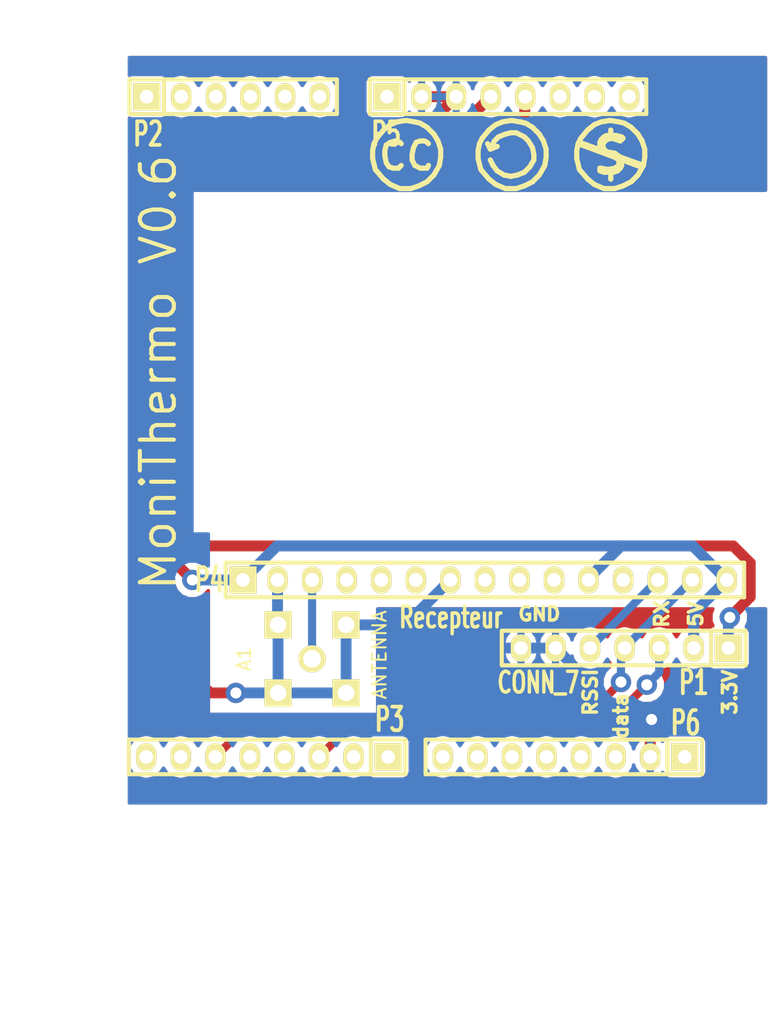
<source format=kicad_pcb>
(kicad_pcb (version 3) (host pcbnew "(2013-07-07 BZR 4022)-stable")

  (general
    (links 20)
    (no_connects 0)
    (area 0 0 0 0)
    (thickness 1.6)
    (drawings 14)
    (tracks 72)
    (zones 0)
    (modules 10)
    (nets 8)
  )

  (page A3)
  (layers
    (15 Dessus.Cu signal)
    (0 Dessous.Cu signal)
    (16 Dessous.Adhes user)
    (17 Dessus.Adhes user)
    (18 Dessous.Pate user)
    (19 Dessus.Pate user)
    (20 Dessous.SilkS user)
    (21 Dessus.SilkS user)
    (22 Dessous.Masque user)
    (23 Dessus.Masque user)
    (24 Dessin.User user)
    (25 Cmts.User user)
    (26 Eco1.User user)
    (27 Eco2.User user)
    (28 Contours.Ci user)
  )

  (setup
    (last_trace_width 0.254)
    (user_trace_width 0.5)
    (user_trace_width 0.6)
    (user_trace_width 0.7)
    (user_trace_width 0.8)
    (trace_clearance 0.254)
    (zone_clearance 0.508)
    (zone_45_only no)
    (trace_min 0.254)
    (segment_width 0.2)
    (edge_width 0.1)
    (via_size 0.889)
    (via_drill 0.635)
    (via_min_size 0.889)
    (via_min_drill 0.508)
    (uvia_size 0.508)
    (uvia_drill 0.127)
    (uvias_allowed no)
    (uvia_min_size 0.508)
    (uvia_min_drill 0.127)
    (pcb_text_width 0.3)
    (pcb_text_size 1.5 1.5)
    (mod_edge_width 0.15)
    (mod_text_size 1 1)
    (mod_text_width 0.15)
    (pad_size 3 3)
    (pad_drill 1.5)
    (pad_to_mask_clearance 0)
    (aux_axis_origin 0 0)
    (visible_elements 7FFFFFFF)
    (pcbplotparams
      (layerselection 284983297)
      (usegerberextensions true)
      (excludeedgelayer true)
      (linewidth 0.150000)
      (plotframeref false)
      (viasonmask false)
      (mode 1)
      (useauxorigin false)
      (hpglpennumber 1)
      (hpglpenspeed 20)
      (hpglpendiameter 15)
      (hpglpenoverlay 2)
      (psnegative false)
      (psa4output false)
      (plotreference true)
      (plotvalue true)
      (plotothertext true)
      (plotinvisibletext false)
      (padsonsilk false)
      (subtractmaskfromsilk false)
      (outputformat 1)
      (mirror false)
      (drillshape 0)
      (scaleselection 1)
      (outputdirectory "fichiers de fabrication/"))
  )

  (net 0 "")
  (net 1 /3.3V)
  (net 2 /5V)
  (net 3 /Ant)
  (net 4 /GND)
  (net 5 /RSSI)
  (net 6 /RX)
  (net 7 /data)

  (net_class Default "Ceci est la Netclass par défaut"
    (clearance 0.254)
    (trace_width 0.254)
    (via_dia 0.889)
    (via_drill 0.635)
    (uvia_dia 0.508)
    (uvia_drill 0.127)
    (add_net "")
  )

  (net_class VCC/GND ""
    (clearance 0.254)
    (trace_width 0.8)
    (via_dia 1.5)
    (via_drill 0.818)
    (uvia_dia 0.508)
    (uvia_drill 0.127)
    (add_net /3.3V)
    (add_net /5V)
    (add_net /GND)
  )

  (net_class std ""
    (clearance 0.254)
    (trace_width 0.6)
    (via_dia 1.5)
    (via_drill 0.818)
    (uvia_dia 0.508)
    (uvia_drill 0.127)
    (add_net /Ant)
    (add_net /RSSI)
    (add_net /RX)
    (add_net /data)
  )

  (module SIL-8 (layer Dessus.Cu) (tedit 5723668F) (tstamp 540DD9B8)
    (at 347 255 180)
    (descr "Connecteur 8 pins")
    (tags "CONN DEV")
    (path /540DF03D)
    (fp_text reference P3 (at -9 2.75 180) (layer Dessus.SilkS)
      (effects (font (size 1.72974 1.08712) (thickness 0.3048)))
    )
    (fp_text value CONN_8 (at 5.08 -2.54 180) (layer Dessus.SilkS) hide
      (effects (font (size 1.524 1.016) (thickness 0.254)))
    )
    (fp_line (start -10.16 -1.27) (end 10.16 -1.27) (layer Dessus.SilkS) (width 0.3048))
    (fp_line (start 10.16 -1.27) (end 10.16 1.27) (layer Dessus.SilkS) (width 0.3048))
    (fp_line (start 10.16 1.27) (end -10.16 1.27) (layer Dessus.SilkS) (width 0.3048))
    (fp_line (start -10.16 1.27) (end -10.16 -1.27) (layer Dessus.SilkS) (width 0.3048))
    (fp_line (start -7.62 1.27) (end -7.62 -1.27) (layer Dessus.SilkS) (width 0.3048))
    (pad 1 thru_hole rect (at -8.89 0 180) (size 2 2) (drill 1)
      (layers *.Cu *.Mask Dessus.SilkS)
    )
    (pad 2 thru_hole oval (at -6.35 0 180) (size 1.5 2) (drill 1)
      (layers *.Cu *.Mask Dessus.SilkS)
    )
    (pad 3 thru_hole oval (at -3.81 0 180) (size 1.5 2) (drill 1)
      (layers *.Cu *.Mask Dessus.SilkS)
      (net 6 /RX)
    )
    (pad 4 thru_hole oval (at -1.27 0 180) (size 1.5 2) (drill 1)
      (layers *.Cu *.Mask Dessus.SilkS)
    )
    (pad 5 thru_hole oval (at 1.27 0 180) (size 1.5 2) (drill 1)
      (layers *.Cu *.Mask Dessus.SilkS)
    )
    (pad 6 thru_hole oval (at 3.81 0 180) (size 1.5 2) (drill 1)
      (layers *.Cu *.Mask Dessus.SilkS)
      (net 7 /data)
    )
    (pad 7 thru_hole oval (at 6.35 0 180) (size 1.5 2) (drill 1)
      (layers *.Cu *.Mask Dessus.SilkS)
    )
    (pad 8 thru_hole oval (at 8.89 0 180) (size 1.5 2) (drill 1)
      (layers *.Cu *.Mask Dessus.SilkS)
    )
  )

  (module SMA (layer Dessus.Cu) (tedit 57236693) (tstamp 57235327)
    (at 350.3 247.8 90)
    (path /5723515A)
    (fp_text reference A1 (at 0 -5 90) (layer Dessus.SilkS)
      (effects (font (size 1 1) (thickness 0.15)))
    )
    (fp_text value ANTENNA (at 0.3 4.95 90) (layer Dessus.SilkS)
      (effects (font (size 1 1) (thickness 0.15)))
    )
    (pad 1 thru_hole circle (at 0 0 90) (size 2 2) (drill 1.3)
      (layers *.Cu *.Mask Dessus.SilkS)
      (net 3 /Ant)
    )
    (pad 2 thru_hole rect (at -2.5 -2.5 90) (size 2 2) (drill 1.2)
      (layers *.Cu *.Mask Dessus.SilkS)
      (net 4 /GND)
    )
    (pad 3 thru_hole rect (at 2.5 -2.5 90) (size 2 2) (drill 1.2)
      (layers *.Cu *.Mask Dessus.SilkS)
      (net 4 /GND)
    )
    (pad 4 thru_hole rect (at 2.5 2.5 90) (size 2 2) (drill 1.2)
      (layers *.Cu *.Mask Dessus.SilkS)
      (net 4 /GND)
    )
    (pad 5 thru_hole rect (at -2.5 2.5 90) (size 2 2) (drill 1.2)
      (layers *.Cu *.Mask Dessus.SilkS)
      (net 4 /GND)
    )
  )

  (module SIL-8 (layer Dessus.Cu) (tedit 57236732) (tstamp 57235338)
    (at 364.7 206.5)
    (descr "Connecteur 8 pins")
    (tags "CONN DEV")
    (path /540DF05B)
    (fp_text reference P5 (at -8.95 2.75) (layer Dessus.SilkS)
      (effects (font (size 1.72974 1.08712) (thickness 0.3048)))
    )
    (fp_text value CONN_8 (at 5.08 -2.54) (layer Dessus.SilkS) hide
      (effects (font (size 1.524 1.016) (thickness 0.254)))
    )
    (fp_line (start -10.16 -1.27) (end 10.16 -1.27) (layer Dessus.SilkS) (width 0.3048))
    (fp_line (start 10.16 -1.27) (end 10.16 1.27) (layer Dessus.SilkS) (width 0.3048))
    (fp_line (start 10.16 1.27) (end -10.16 1.27) (layer Dessus.SilkS) (width 0.3048))
    (fp_line (start -10.16 1.27) (end -10.16 -1.27) (layer Dessus.SilkS) (width 0.3048))
    (fp_line (start -7.62 1.27) (end -7.62 -1.27) (layer Dessus.SilkS) (width 0.3048))
    (pad 1 thru_hole rect (at -8.89 0) (size 2 2) (drill 1)
      (layers *.Cu *.Mask Dessus.SilkS)
    )
    (pad 2 thru_hole oval (at -6.35 0) (size 1.5 2) (drill 1)
      (layers *.Cu *.Mask Dessus.SilkS)
      (net 4 /GND)
    )
    (pad 3 thru_hole oval (at -3.81 0) (size 1.5 2) (drill 1)
      (layers *.Cu *.Mask Dessus.SilkS)
      (net 4 /GND)
    )
    (pad 4 thru_hole oval (at -1.27 0) (size 1.5 2) (drill 1)
      (layers *.Cu *.Mask Dessus.SilkS)
      (net 2 /5V)
    )
    (pad 5 thru_hole oval (at 1.27 0) (size 1.5 2) (drill 1)
      (layers *.Cu *.Mask Dessus.SilkS)
      (net 1 /3.3V)
    )
    (pad 6 thru_hole oval (at 3.81 0) (size 1.5 2) (drill 1)
      (layers *.Cu *.Mask Dessus.SilkS)
    )
    (pad 7 thru_hole oval (at 6.35 0) (size 1.5 2) (drill 1)
      (layers *.Cu *.Mask Dessus.SilkS)
    )
    (pad 8 thru_hole oval (at 8.89 0) (size 1.5 2) (drill 1)
      (layers *.Cu *.Mask Dessus.SilkS)
    )
  )

  (module SIL-6 (layer Dessus.Cu) (tedit 5723673A) (tstamp 57236084)
    (at 344.5 206.5)
    (descr "Connecteur 6 pins")
    (tags "CONN DEV")
    (path /54895EEE)
    (fp_text reference P2 (at -6.25 2.75) (layer Dessus.SilkS)
      (effects (font (size 1.72974 1.08712) (thickness 0.3048)))
    )
    (fp_text value CONN_6 (at 0 -2.54) (layer Dessus.SilkS) hide
      (effects (font (size 1.524 1.016) (thickness 0.3048)))
    )
    (fp_line (start -7.62 1.27) (end -7.62 -1.27) (layer Dessus.SilkS) (width 0.3048))
    (fp_line (start -7.62 -1.27) (end 7.62 -1.27) (layer Dessus.SilkS) (width 0.3048))
    (fp_line (start 7.62 -1.27) (end 7.62 1.27) (layer Dessus.SilkS) (width 0.3048))
    (fp_line (start 7.62 1.27) (end -7.62 1.27) (layer Dessus.SilkS) (width 0.3048))
    (fp_line (start -5.08 1.27) (end -5.08 -1.27) (layer Dessus.SilkS) (width 0.3048))
    (pad 1 thru_hole rect (at -6.35 0) (size 2 2) (drill 1)
      (layers *.Cu *.Mask Dessus.SilkS)
    )
    (pad 2 thru_hole oval (at -3.81 0) (size 1.5 2) (drill 1)
      (layers *.Cu *.Mask Dessus.SilkS)
    )
    (pad 3 thru_hole oval (at -1.27 0) (size 1.5 2) (drill 1)
      (layers *.Cu *.Mask Dessus.SilkS)
    )
    (pad 4 thru_hole oval (at 1.27 0) (size 1.5 2) (drill 1)
      (layers *.Cu *.Mask Dessus.SilkS)
    )
    (pad 5 thru_hole oval (at 3.81 0) (size 1.5 2) (drill 1)
      (layers *.Cu *.Mask Dessus.SilkS)
    )
    (pad 6 thru_hole oval (at 6.35 0) (size 1.5 2) (drill 1)
      (layers *.Cu *.Mask Dessus.SilkS)
    )
  )

  (module SIL-7 (layer Dessus.Cu) (tedit 54895A45) (tstamp 572353F7)
    (at 372 247 180)
    (descr "Connecteur 8 pins")
    (tags "CONN DEV")
    (path /54895D18)
    (fp_text reference P1 (at -6.35 -2.54 180) (layer Dessus.SilkS)
      (effects (font (size 1.72974 1.08712) (thickness 0.27178)))
    )
    (fp_text value CONN_7 (at 5.08 -2.54 180) (layer Dessus.SilkS)
      (effects (font (size 1.524 1.016) (thickness 0.3048)))
    )
    (fp_line (start -10.16 -1.27) (end 7.7 -1.27) (layer Dessus.SilkS) (width 0.3048))
    (fp_line (start 7.76 -1.27) (end 7.76 1.27) (layer Dessus.SilkS) (width 0.3048))
    (fp_line (start 7.7 1.27) (end -10.16 1.27) (layer Dessus.SilkS) (width 0.3048))
    (fp_line (start -10.16 1.27) (end -10.16 -1.27) (layer Dessus.SilkS) (width 0.3048))
    (fp_line (start -7.62 1.27) (end -7.62 -1.27) (layer Dessus.SilkS) (width 0.3048))
    (pad 1 thru_hole rect (at -8.89 0 180) (size 2 2) (drill 1)
      (layers *.Cu *.Mask Dessus.SilkS)
      (net 1 /3.3V)
    )
    (pad 2 thru_hole oval (at -6.35 0 180) (size 1.5 2) (drill 1)
      (layers *.Cu *.Mask Dessus.SilkS)
      (net 2 /5V)
    )
    (pad 3 thru_hole oval (at -3.81 0 180) (size 1.5 2) (drill 1)
      (layers *.Cu *.Mask Dessus.SilkS)
      (net 6 /RX)
    )
    (pad 4 thru_hole oval (at -1.27 0 180) (size 1.5 2) (drill 1)
      (layers *.Cu *.Mask Dessus.SilkS)
      (net 7 /data)
    )
    (pad 5 thru_hole oval (at 1.27 0 180) (size 1.5 2) (drill 1)
      (layers *.Cu *.Mask Dessus.SilkS)
      (net 5 /RSSI)
    )
    (pad 6 thru_hole oval (at 3.81 0 180) (size 1.5 2) (drill 1)
      (layers *.Cu *.Mask Dessus.SilkS)
      (net 4 /GND)
    )
    (pad 7 thru_hole oval (at 6.35 0 180) (size 1.5 2) (drill 1)
      (layers *.Cu *.Mask Dessus.SilkS)
      (net 4 /GND)
    )
  )

  (module SIL-15 (layer Dessus.Cu) (tedit 57236670) (tstamp 57235ABE)
    (at 363 242)
    (descr "Connecteur 15 pins")
    (tags "CONN DEV")
    (path /5489575C)
    (fp_text reference P4 (at -20.25 0) (layer Dessus.SilkS)
      (effects (font (size 1.72974 1.08712) (thickness 0.3048)))
    )
    (fp_text value Recepteur (at -2.5 2.75) (layer Dessus.SilkS)
      (effects (font (size 1.524 1.016) (thickness 0.254)))
    )
    (fp_line (start -19.05 -1.27) (end 19.05 -1.27) (layer Dessus.SilkS) (width 0.3048))
    (fp_line (start 19.05 -1.27) (end 19.05 1.27) (layer Dessus.SilkS) (width 0.3048))
    (fp_line (start 19.05 1.27) (end -19.05 1.27) (layer Dessus.SilkS) (width 0.3048))
    (fp_line (start -19.05 1.27) (end -19.05 -1.27) (layer Dessus.SilkS) (width 0.3048))
    (pad 1 thru_hole rect (at -17.78 0) (size 2 2) (drill 1)
      (layers *.Cu *.Mask Dessus.SilkS)
      (net 2 /5V)
    )
    (pad 2 thru_hole oval (at -15.24 0) (size 1.5 2) (drill 1)
      (layers *.Cu *.Mask Dessus.SilkS)
      (net 4 /GND)
    )
    (pad 3 thru_hole oval (at -12.7 0) (size 1.5 2) (drill 1)
      (layers *.Cu *.Mask Dessus.SilkS)
      (net 3 /Ant)
    )
    (pad 4 thru_hole oval (at -10.16 0) (size 1.5 2) (drill 1)
      (layers *.Cu *.Mask Dessus.SilkS)
    )
    (pad 5 thru_hole oval (at -7.62 0) (size 1.5 2) (drill 1)
      (layers *.Cu *.Mask Dessus.SilkS)
    )
    (pad 6 thru_hole oval (at -5.08 0) (size 1.5 2) (drill 1)
      (layers *.Cu *.Mask Dessus.SilkS)
    )
    (pad 7 thru_hole oval (at -2.54 0) (size 1.5 2) (drill 1)
      (layers *.Cu *.Mask Dessus.SilkS)
      (net 4 /GND)
    )
    (pad 8 thru_hole oval (at 0 0) (size 1.5 2) (drill 1)
      (layers *.Cu *.Mask Dessus.SilkS)
    )
    (pad 9 thru_hole oval (at 2.54 0) (size 1.5 2) (drill 1)
      (layers *.Cu *.Mask Dessus.SilkS)
    )
    (pad 10 thru_hole oval (at 5.08 0) (size 1.5 2) (drill 1)
      (layers *.Cu *.Mask Dessus.SilkS)
    )
    (pad 11 thru_hole oval (at 7.62 0) (size 1.5 2) (drill 1)
      (layers *.Cu *.Mask Dessus.SilkS)
      (net 2 /5V)
    )
    (pad 12 thru_hole oval (at 10.16 0) (size 1.5 2) (drill 1)
      (layers *.Cu *.Mask Dessus.SilkS)
    )
    (pad 13 thru_hole oval (at 12.7 0) (size 1.5 2) (drill 1)
      (layers *.Cu *.Mask Dessus.SilkS)
      (net 5 /RSSI)
    )
    (pad 14 thru_hole oval (at 15.24 0) (size 1.5 2) (drill 1)
      (layers *.Cu *.Mask Dessus.SilkS)
      (net 7 /data)
    )
    (pad 15 thru_hole oval (at 17.78 0) (size 1.5 2) (drill 1)
      (layers *.Cu *.Mask Dessus.SilkS)
      (net 2 /5V)
    )
  )

  (module SIL-8 (layer Dessus.Cu) (tedit 57236685) (tstamp 5723549D)
    (at 368.8 255 180)
    (descr "Connecteur 8 pins")
    (tags "CONN DEV")
    (path /54896061)
    (fp_text reference P6 (at -8.95 2.5 180) (layer Dessus.SilkS)
      (effects (font (size 1.72974 1.08712) (thickness 0.3048)))
    )
    (fp_text value CONN_8 (at 5.08 -2.54 180) (layer Dessus.SilkS) hide
      (effects (font (size 1.524 1.016) (thickness 0.254)))
    )
    (fp_line (start -10.16 -1.27) (end 10.16 -1.27) (layer Dessus.SilkS) (width 0.3048))
    (fp_line (start 10.16 -1.27) (end 10.16 1.27) (layer Dessus.SilkS) (width 0.3048))
    (fp_line (start 10.16 1.27) (end -10.16 1.27) (layer Dessus.SilkS) (width 0.3048))
    (fp_line (start -10.16 1.27) (end -10.16 -1.27) (layer Dessus.SilkS) (width 0.3048))
    (fp_line (start -7.62 1.27) (end -7.62 -1.27) (layer Dessus.SilkS) (width 0.3048))
    (pad 1 thru_hole rect (at -8.89 0 180) (size 2 2) (drill 1)
      (layers *.Cu *.Mask Dessus.SilkS)
    )
    (pad 2 thru_hole oval (at -6.35 0 180) (size 1.5 2) (drill 1)
      (layers *.Cu *.Mask Dessus.SilkS)
      (net 4 /GND)
    )
    (pad 3 thru_hole oval (at -3.81 0 180) (size 1.5 2) (drill 1)
      (layers *.Cu *.Mask Dessus.SilkS)
    )
    (pad 4 thru_hole oval (at -1.27 0 180) (size 1.5 2) (drill 1)
      (layers *.Cu *.Mask Dessus.SilkS)
    )
    (pad 5 thru_hole oval (at 1.27 0 180) (size 1.5 2) (drill 1)
      (layers *.Cu *.Mask Dessus.SilkS)
    )
    (pad 6 thru_hole oval (at 3.81 0 180) (size 1.5 2) (drill 1)
      (layers *.Cu *.Mask Dessus.SilkS)
    )
    (pad 7 thru_hole oval (at 6.35 0 180) (size 1.5 2) (drill 1)
      (layers *.Cu *.Mask Dessus.SilkS)
    )
    (pad 8 thru_hole oval (at 8.89 0 180) (size 1.5 2) (drill 1)
      (layers *.Cu *.Mask Dessus.SilkS)
    )
  )

  (module Symbol_CreativeCommons_SilkscreenTop_Type2_Small (layer Dessus.Cu) (tedit 4BBB8182) (tstamp 57236E04)
    (at 357.25 210.75)
    (descr "Symbol, Creative Commons, SilkscreenTop, Type 2, Small,")
    (tags "Symbol, Creative Commons, SilkscreenTop, Type 2, Small,")
    (path /57236CA7)
    (fp_text reference Sym1 (at 0.59944 -7.29996) (layer Dessus.SilkS) hide
      (effects (font (size 1.524 1.524) (thickness 0.3048)))
    )
    (fp_text value BIG_SYMBOL_CREATIVECOMMONS_TYP2 (at 0.59944 8.001) (layer Dessus.SilkS) hide
      (effects (font (size 1.524 1.524) (thickness 0.3048)))
    )
    (fp_line (start 1.6002 -0.8001) (end 1.50114 -0.89916) (layer Dessus.SilkS) (width 0.381))
    (fp_line (start 1.50114 -0.89916) (end 1.30048 -1.00076) (layer Dessus.SilkS) (width 0.381))
    (fp_line (start 1.30048 -1.00076) (end 1.00076 -1.00076) (layer Dessus.SilkS) (width 0.381))
    (fp_line (start 1.00076 -1.00076) (end 0.70104 -0.89916) (layer Dessus.SilkS) (width 0.381))
    (fp_line (start 0.70104 -0.89916) (end 0.50038 -0.50038) (layer Dessus.SilkS) (width 0.381))
    (fp_line (start 0.50038 -0.50038) (end 0.39878 0) (layer Dessus.SilkS) (width 0.381))
    (fp_line (start 0.39878 0) (end 0.39878 0.39878) (layer Dessus.SilkS) (width 0.381))
    (fp_line (start 0.39878 0.39878) (end 0.59944 0.8001) (layer Dessus.SilkS) (width 0.381))
    (fp_line (start 0.59944 0.8001) (end 1.00076 1.00076) (layer Dessus.SilkS) (width 0.381))
    (fp_line (start 1.00076 1.00076) (end 1.19888 1.00076) (layer Dessus.SilkS) (width 0.381))
    (fp_line (start 1.19888 1.00076) (end 1.50114 1.00076) (layer Dessus.SilkS) (width 0.381))
    (fp_line (start 1.50114 1.00076) (end 1.6002 0.8001) (layer Dessus.SilkS) (width 0.381))
    (fp_line (start -0.39878 -0.8001) (end -0.50038 -0.89916) (layer Dessus.SilkS) (width 0.381))
    (fp_line (start -0.50038 -0.89916) (end -0.8001 -1.00076) (layer Dessus.SilkS) (width 0.381))
    (fp_line (start -0.8001 -1.00076) (end -1.19888 -0.89916) (layer Dessus.SilkS) (width 0.381))
    (fp_line (start -1.19888 -0.89916) (end -1.50114 -0.70104) (layer Dessus.SilkS) (width 0.381))
    (fp_line (start -1.50114 -0.70104) (end -1.6002 -0.29972) (layer Dessus.SilkS) (width 0.381))
    (fp_line (start -1.6002 -0.29972) (end -1.6002 0.09906) (layer Dessus.SilkS) (width 0.381))
    (fp_line (start -1.6002 0.09906) (end -1.50114 0.59944) (layer Dessus.SilkS) (width 0.381))
    (fp_line (start -1.50114 0.59944) (end -1.30048 0.89916) (layer Dessus.SilkS) (width 0.381))
    (fp_line (start -1.30048 0.89916) (end -1.00076 1.00076) (layer Dessus.SilkS) (width 0.381))
    (fp_line (start -1.00076 1.00076) (end -0.59944 1.00076) (layer Dessus.SilkS) (width 0.381))
    (fp_line (start -0.59944 1.00076) (end -0.39878 0.8001) (layer Dessus.SilkS) (width 0.381))
    (fp_line (start 0 -2.49936) (end -0.09906 -2.49936) (layer Dessus.SilkS) (width 0.381))
    (fp_line (start -0.09906 -2.49936) (end -0.70104 -2.4003) (layer Dessus.SilkS) (width 0.381))
    (fp_line (start -0.70104 -2.4003) (end -1.19888 -2.19964) (layer Dessus.SilkS) (width 0.381))
    (fp_line (start -1.19888 -2.19964) (end -1.69926 -1.80086) (layer Dessus.SilkS) (width 0.381))
    (fp_line (start -1.69926 -1.80086) (end -2.19964 -1.19888) (layer Dessus.SilkS) (width 0.381))
    (fp_line (start -2.19964 -1.19888) (end -2.4003 -0.8001) (layer Dessus.SilkS) (width 0.381))
    (fp_line (start -2.4003 -0.8001) (end -2.49936 -0.29972) (layer Dessus.SilkS) (width 0.381))
    (fp_line (start -2.49936 -0.29972) (end -2.49936 0.29972) (layer Dessus.SilkS) (width 0.381))
    (fp_line (start -2.49936 0.29972) (end -2.30124 1.09982) (layer Dessus.SilkS) (width 0.381))
    (fp_line (start -2.30124 1.09982) (end -1.69926 1.80086) (layer Dessus.SilkS) (width 0.381))
    (fp_line (start -1.69926 1.80086) (end -1.19888 2.19964) (layer Dessus.SilkS) (width 0.381))
    (fp_line (start -1.19888 2.19964) (end -0.50038 2.49936) (layer Dessus.SilkS) (width 0.381))
    (fp_line (start -0.50038 2.49936) (end 0.29972 2.49936) (layer Dessus.SilkS) (width 0.381))
    (fp_line (start 0.29972 2.49936) (end 0.89916 2.30124) (layer Dessus.SilkS) (width 0.381))
    (fp_line (start 0.89916 2.30124) (end 1.50114 1.99898) (layer Dessus.SilkS) (width 0.381))
    (fp_line (start 1.50114 1.99898) (end 1.99898 1.50114) (layer Dessus.SilkS) (width 0.381))
    (fp_line (start 1.99898 1.50114) (end 2.4003 0.8001) (layer Dessus.SilkS) (width 0.381))
    (fp_line (start 2.4003 0.8001) (end 2.49936 0.20066) (layer Dessus.SilkS) (width 0.381))
    (fp_line (start 2.49936 0.20066) (end 2.49936 -0.39878) (layer Dessus.SilkS) (width 0.381))
    (fp_line (start 2.49936 -0.39878) (end 2.30124 -1.00076) (layer Dessus.SilkS) (width 0.381))
    (fp_line (start 2.30124 -1.00076) (end 1.99898 -1.50114) (layer Dessus.SilkS) (width 0.381))
    (fp_line (start 1.99898 -1.50114) (end 1.50114 -1.99898) (layer Dessus.SilkS) (width 0.381))
    (fp_line (start 1.50114 -1.99898) (end 1.00076 -2.30124) (layer Dessus.SilkS) (width 0.381))
    (fp_line (start 1.00076 -2.30124) (end 0.59944 -2.4003) (layer Dessus.SilkS) (width 0.381))
    (fp_line (start 0.59944 -2.4003) (end 0 -2.49936) (layer Dessus.SilkS) (width 0.381))
  )

  (module Symbol_CC-ShareAlike_SilkscreenTop_Small (layer Dessus.Cu) (tedit 4BBB826B) (tstamp 57236E35)
    (at 365 210.75)
    (descr "Symbol, CC-Share Alike, SilkscreenTop, Small,")
    (tags "Symbol, CC-Share Alike, SilkscreenTop, Small,")
    (path /57236CB6)
    (fp_text reference Sym2 (at 0.59944 -7.29996) (layer Dessus.SilkS) hide
      (effects (font (size 1.524 1.524) (thickness 0.3048)))
    )
    (fp_text value BIG_SYMBOL_CC-SHAREALIKE (at 0.59944 8.001) (layer Dessus.SilkS) hide
      (effects (font (size 1.524 1.524) (thickness 0.3048)))
    )
    (fp_line (start -1.6002 -0.39878) (end -1.80086 -0.8001) (layer Dessus.SilkS) (width 0.381))
    (fp_line (start -1.6002 0.39878) (end -1.39954 0.8001) (layer Dessus.SilkS) (width 0.381))
    (fp_line (start -1.39954 0.8001) (end -1.09982 1.19888) (layer Dessus.SilkS) (width 0.381))
    (fp_line (start -1.09982 1.19888) (end -0.59944 1.50114) (layer Dessus.SilkS) (width 0.381))
    (fp_line (start -0.59944 1.50114) (end -0.09906 1.6002) (layer Dessus.SilkS) (width 0.381))
    (fp_line (start -0.09906 1.6002) (end 0.39878 1.50114) (layer Dessus.SilkS) (width 0.381))
    (fp_line (start 0.39878 1.50114) (end 0.89916 1.30048) (layer Dessus.SilkS) (width 0.381))
    (fp_line (start 0.89916 1.30048) (end 1.30048 0.89916) (layer Dessus.SilkS) (width 0.381))
    (fp_line (start 1.30048 0.89916) (end 1.6002 0.39878) (layer Dessus.SilkS) (width 0.381))
    (fp_line (start 1.6002 0.39878) (end 1.6002 0) (layer Dessus.SilkS) (width 0.381))
    (fp_line (start 1.6002 0) (end 1.50114 -0.50038) (layer Dessus.SilkS) (width 0.381))
    (fp_line (start 1.50114 -0.50038) (end 1.19888 -1.00076) (layer Dessus.SilkS) (width 0.381))
    (fp_line (start 1.19888 -1.00076) (end 0.89916 -1.30048) (layer Dessus.SilkS) (width 0.381))
    (fp_line (start 0.89916 -1.30048) (end 0.29972 -1.6002) (layer Dessus.SilkS) (width 0.381))
    (fp_line (start 0.29972 -1.6002) (end -0.09906 -1.6002) (layer Dessus.SilkS) (width 0.381))
    (fp_line (start -0.09906 -1.6002) (end -0.50038 -1.50114) (layer Dessus.SilkS) (width 0.381))
    (fp_line (start -0.50038 -1.50114) (end -1.00076 -1.30048) (layer Dessus.SilkS) (width 0.381))
    (fp_line (start -1.00076 -1.30048) (end -1.30048 -1.00076) (layer Dessus.SilkS) (width 0.381))
    (fp_line (start -1.30048 -1.00076) (end -1.6002 -0.39878) (layer Dessus.SilkS) (width 0.381))
    (fp_line (start -1.6002 -0.39878) (end -1.09982 -0.59944) (layer Dessus.SilkS) (width 0.381))
    (fp_line (start 0 -2.49936) (end -0.09906 -2.49936) (layer Dessus.SilkS) (width 0.381))
    (fp_line (start -0.09906 -2.49936) (end -0.70104 -2.4003) (layer Dessus.SilkS) (width 0.381))
    (fp_line (start -0.70104 -2.4003) (end -1.19888 -2.19964) (layer Dessus.SilkS) (width 0.381))
    (fp_line (start -1.19888 -2.19964) (end -1.69926 -1.80086) (layer Dessus.SilkS) (width 0.381))
    (fp_line (start -1.69926 -1.80086) (end -2.19964 -1.19888) (layer Dessus.SilkS) (width 0.381))
    (fp_line (start -2.19964 -1.19888) (end -2.4003 -0.8001) (layer Dessus.SilkS) (width 0.381))
    (fp_line (start -2.4003 -0.8001) (end -2.49936 -0.29972) (layer Dessus.SilkS) (width 0.381))
    (fp_line (start -2.49936 -0.29972) (end -2.49936 0.29972) (layer Dessus.SilkS) (width 0.381))
    (fp_line (start -2.49936 0.29972) (end -2.30124 1.09982) (layer Dessus.SilkS) (width 0.381))
    (fp_line (start -2.30124 1.09982) (end -1.69926 1.80086) (layer Dessus.SilkS) (width 0.381))
    (fp_line (start -1.69926 1.80086) (end -1.19888 2.19964) (layer Dessus.SilkS) (width 0.381))
    (fp_line (start -1.19888 2.19964) (end -0.50038 2.49936) (layer Dessus.SilkS) (width 0.381))
    (fp_line (start -0.50038 2.49936) (end 0.29972 2.49936) (layer Dessus.SilkS) (width 0.381))
    (fp_line (start 0.29972 2.49936) (end 0.89916 2.30124) (layer Dessus.SilkS) (width 0.381))
    (fp_line (start 0.89916 2.30124) (end 1.50114 1.99898) (layer Dessus.SilkS) (width 0.381))
    (fp_line (start 1.50114 1.99898) (end 1.99898 1.50114) (layer Dessus.SilkS) (width 0.381))
    (fp_line (start 1.99898 1.50114) (end 2.4003 0.8001) (layer Dessus.SilkS) (width 0.381))
    (fp_line (start 2.4003 0.8001) (end 2.49936 0.20066) (layer Dessus.SilkS) (width 0.381))
    (fp_line (start 2.49936 0.20066) (end 2.49936 -0.39878) (layer Dessus.SilkS) (width 0.381))
    (fp_line (start 2.49936 -0.39878) (end 2.30124 -1.00076) (layer Dessus.SilkS) (width 0.381))
    (fp_line (start 2.30124 -1.00076) (end 1.99898 -1.50114) (layer Dessus.SilkS) (width 0.381))
    (fp_line (start 1.99898 -1.50114) (end 1.50114 -1.99898) (layer Dessus.SilkS) (width 0.381))
    (fp_line (start 1.50114 -1.99898) (end 1.00076 -2.30124) (layer Dessus.SilkS) (width 0.381))
    (fp_line (start 1.00076 -2.30124) (end 0.59944 -2.4003) (layer Dessus.SilkS) (width 0.381))
    (fp_line (start 0.59944 -2.4003) (end 0 -2.49936) (layer Dessus.SilkS) (width 0.381))
  )

  (module Symbol_CC-Noncommercial_SilkscreenTop_Small (layer Dessus.Cu) (tedit 4BBB846D) (tstamp 57236E79)
    (at 372.25 210.75)
    (descr "Symbol, CC-Noncommercial Alike, Silkscreen Top, Small,")
    (tags "Symbol, CC-Noncommercial Alike, Silkscreen Top, Small,")
    (path /57236CC5)
    (fp_text reference Sym3 (at 0.59944 -7.29996) (layer Dessus.SilkS) hide
      (effects (font (size 1.524 1.524) (thickness 0.3048)))
    )
    (fp_text value BIG_SYMBOL_CC-NONCOMMERCIAL (at 0.59944 8.001) (layer Dessus.SilkS) hide
      (effects (font (size 1.524 1.524) (thickness 0.3048)))
    )
    (fp_line (start 0 1.30048) (end 0 1.80086) (layer Dessus.SilkS) (width 0.381))
    (fp_line (start 0 1.80086) (end 0 1.69926) (layer Dessus.SilkS) (width 0.381))
    (fp_line (start 0 -1.50114) (end 0 -1.80086) (layer Dessus.SilkS) (width 0.381))
    (fp_line (start -2.4003 -0.8001) (end 2.19964 0.89916) (layer Dessus.SilkS) (width 0.381))
    (fp_line (start -2.30124 -0.89916) (end 2.4003 0.8001) (layer Dessus.SilkS) (width 0.381))
    (fp_line (start 0.89916 -1.19888) (end 0.8001 -1.30048) (layer Dessus.SilkS) (width 0.381))
    (fp_line (start 0.8001 -1.30048) (end 0.39878 -1.39954) (layer Dessus.SilkS) (width 0.381))
    (fp_line (start 0.39878 -1.39954) (end -0.29972 -1.39954) (layer Dessus.SilkS) (width 0.381))
    (fp_line (start -0.29972 -1.39954) (end -0.50038 -1.30048) (layer Dessus.SilkS) (width 0.381))
    (fp_line (start -0.50038 -1.30048) (end -0.70104 -1.09982) (layer Dessus.SilkS) (width 0.381))
    (fp_line (start -0.70104 -1.09982) (end -0.8001 -0.89916) (layer Dessus.SilkS) (width 0.381))
    (fp_line (start -0.8001 -0.89916) (end -0.8001 -0.59944) (layer Dessus.SilkS) (width 0.381))
    (fp_line (start -0.8001 -0.59944) (end -0.70104 -0.29972) (layer Dessus.SilkS) (width 0.381))
    (fp_line (start -0.70104 -0.29972) (end -0.50038 -0.09906) (layer Dessus.SilkS) (width 0.381))
    (fp_line (start -0.50038 -0.09906) (end 0.29972 0.20066) (layer Dessus.SilkS) (width 0.381))
    (fp_line (start 0.29972 0.20066) (end 0.59944 0.39878) (layer Dessus.SilkS) (width 0.381))
    (fp_line (start 0.59944 0.39878) (end 0.59944 0.8001) (layer Dessus.SilkS) (width 0.381))
    (fp_line (start 0.59944 0.8001) (end 0.29972 1.00076) (layer Dessus.SilkS) (width 0.381))
    (fp_line (start 0.29972 1.00076) (end -0.20066 1.09982) (layer Dessus.SilkS) (width 0.381))
    (fp_line (start -0.20066 1.09982) (end -0.70104 1.00076) (layer Dessus.SilkS) (width 0.381))
    (fp_line (start -0.70104 1.00076) (end -0.8001 1.00076) (layer Dessus.SilkS) (width 0.381))
    (fp_line (start -0.8001 1.00076) (end -0.8001 1.19888) (layer Dessus.SilkS) (width 0.381))
    (fp_line (start -0.8001 1.19888) (end -0.50038 1.30048) (layer Dessus.SilkS) (width 0.381))
    (fp_line (start -0.50038 1.30048) (end 0.20066 1.30048) (layer Dessus.SilkS) (width 0.381))
    (fp_line (start 0.20066 1.30048) (end 0.50038 1.19888) (layer Dessus.SilkS) (width 0.381))
    (fp_line (start 0.50038 1.19888) (end 0.70104 1.00076) (layer Dessus.SilkS) (width 0.381))
    (fp_line (start 0.70104 1.00076) (end 0.8001 0.8001) (layer Dessus.SilkS) (width 0.381))
    (fp_line (start 0.8001 0.8001) (end 0.8001 0.50038) (layer Dessus.SilkS) (width 0.381))
    (fp_line (start 0.8001 0.50038) (end 0.70104 0.20066) (layer Dessus.SilkS) (width 0.381))
    (fp_line (start 0.70104 0.20066) (end 0.29972 -0.09906) (layer Dessus.SilkS) (width 0.381))
    (fp_line (start 0.29972 -0.09906) (end -0.29972 -0.20066) (layer Dessus.SilkS) (width 0.381))
    (fp_line (start -0.29972 -0.20066) (end -0.50038 -0.39878) (layer Dessus.SilkS) (width 0.381))
    (fp_line (start -0.50038 -0.39878) (end -0.59944 -0.70104) (layer Dessus.SilkS) (width 0.381))
    (fp_line (start -0.59944 -0.70104) (end -0.50038 -0.89916) (layer Dessus.SilkS) (width 0.381))
    (fp_line (start -0.50038 -0.89916) (end -0.29972 -1.09982) (layer Dessus.SilkS) (width 0.381))
    (fp_line (start -0.29972 -1.09982) (end 0.09906 -1.19888) (layer Dessus.SilkS) (width 0.381))
    (fp_line (start 0.09906 -1.19888) (end 0.39878 -1.09982) (layer Dessus.SilkS) (width 0.381))
    (fp_line (start 0.39878 -1.09982) (end 0.70104 -1.00076) (layer Dessus.SilkS) (width 0.381))
    (fp_line (start 0.70104 -1.00076) (end 0.89916 -1.19888) (layer Dessus.SilkS) (width 0.381))
    (fp_line (start 0 -2.49936) (end -0.09906 -2.49936) (layer Dessus.SilkS) (width 0.381))
    (fp_line (start -0.09906 -2.49936) (end -0.70104 -2.4003) (layer Dessus.SilkS) (width 0.381))
    (fp_line (start -0.70104 -2.4003) (end -1.19888 -2.19964) (layer Dessus.SilkS) (width 0.381))
    (fp_line (start -1.19888 -2.19964) (end -1.69926 -1.80086) (layer Dessus.SilkS) (width 0.381))
    (fp_line (start -1.69926 -1.80086) (end -2.19964 -1.19888) (layer Dessus.SilkS) (width 0.381))
    (fp_line (start -2.19964 -1.19888) (end -2.4003 -0.8001) (layer Dessus.SilkS) (width 0.381))
    (fp_line (start -2.4003 -0.8001) (end -2.49936 -0.29972) (layer Dessus.SilkS) (width 0.381))
    (fp_line (start -2.49936 -0.29972) (end -2.49936 0.29972) (layer Dessus.SilkS) (width 0.381))
    (fp_line (start -2.49936 0.29972) (end -2.30124 1.09982) (layer Dessus.SilkS) (width 0.381))
    (fp_line (start -2.30124 1.09982) (end -1.69926 1.80086) (layer Dessus.SilkS) (width 0.381))
    (fp_line (start -1.69926 1.80086) (end -1.19888 2.19964) (layer Dessus.SilkS) (width 0.381))
    (fp_line (start -1.19888 2.19964) (end -0.50038 2.49936) (layer Dessus.SilkS) (width 0.381))
    (fp_line (start -0.50038 2.49936) (end 0.29972 2.49936) (layer Dessus.SilkS) (width 0.381))
    (fp_line (start 0.29972 2.49936) (end 0.89916 2.30124) (layer Dessus.SilkS) (width 0.381))
    (fp_line (start 0.89916 2.30124) (end 1.50114 1.99898) (layer Dessus.SilkS) (width 0.381))
    (fp_line (start 1.50114 1.99898) (end 1.99898 1.50114) (layer Dessus.SilkS) (width 0.381))
    (fp_line (start 1.99898 1.50114) (end 2.4003 0.8001) (layer Dessus.SilkS) (width 0.381))
    (fp_line (start 2.4003 0.8001) (end 2.49936 0.20066) (layer Dessus.SilkS) (width 0.381))
    (fp_line (start 2.49936 0.20066) (end 2.49936 -0.39878) (layer Dessus.SilkS) (width 0.381))
    (fp_line (start 2.49936 -0.39878) (end 2.30124 -1.00076) (layer Dessus.SilkS) (width 0.381))
    (fp_line (start 2.30124 -1.00076) (end 1.99898 -1.50114) (layer Dessus.SilkS) (width 0.381))
    (fp_line (start 1.99898 -1.50114) (end 1.50114 -1.99898) (layer Dessus.SilkS) (width 0.381))
    (fp_line (start 1.50114 -1.99898) (end 1.00076 -2.30124) (layer Dessus.SilkS) (width 0.381))
    (fp_line (start 1.00076 -2.30124) (end 0.59944 -2.4003) (layer Dessus.SilkS) (width 0.381))
    (fp_line (start 0.59944 -2.4003) (end 0 -2.49936) (layer Dessus.SilkS) (width 0.381))
  )

  (gr_text "Open Hardware" (at 363 225.5) (layer Eco2.User)
    (effects (font (size 1.5 1.5) (thickness 0.3)))
  )
  (gr_text "OSES SAS" (at 364 273.25) (layer Eco2.User)
    (effects (font (size 1.5 1.5) (thickness 0.3)))
  )
  (dimension 55 (width 0.3) (layer Eco2.User)
    (gr_text "55,000 mm" (at 333.65 231 90) (layer Eco2.User)
      (effects (font (size 1.5 1.5) (thickness 0.3)))
    )
    (feature1 (pts (xy 336.5 203.5) (xy 332.3 203.5)))
    (feature2 (pts (xy 336.5 258.5) (xy 332.3 258.5)))
    (crossbar (pts (xy 335 258.5) (xy 335 203.5)))
    (arrow1a (pts (xy 335 203.5) (xy 335.58642 204.626503)))
    (arrow1b (pts (xy 335 203.5) (xy 334.41358 204.626503)))
    (arrow2a (pts (xy 335 258.5) (xy 335.58642 257.373497)))
    (arrow2b (pts (xy 335 258.5) (xy 334.41358 257.373497)))
  )
  (dimension 47 (width 0.3) (layer Eco2.User)
    (gr_text "47,000 mm" (at 360.25 264.849999) (layer Eco2.User)
      (effects (font (size 1.5 1.5) (thickness 0.3)))
    )
    (feature1 (pts (xy 383.75 258.75) (xy 383.75 266.199999)))
    (feature2 (pts (xy 336.75 258.75) (xy 336.75 266.199999)))
    (crossbar (pts (xy 336.75 263.499999) (xy 383.75 263.499999)))
    (arrow1a (pts (xy 383.75 263.499999) (xy 382.623497 264.086419)))
    (arrow1b (pts (xy 383.75 263.499999) (xy 382.623497 262.913579)))
    (arrow2a (pts (xy 336.75 263.499999) (xy 337.876503 264.086419)))
    (arrow2b (pts (xy 336.75 263.499999) (xy 337.876503 262.913579)))
  )
  (dimension 4 (width 0.3) (layer Eco2.User)
    (gr_text "4,000 mm" (at 357.9 261.499999) (layer Eco2.User)
      (effects (font (size 1.5 1.5) (thickness 0.3)))
    )
    (feature1 (pts (xy 359.9 255) (xy 359.9 262.849999)))
    (feature2 (pts (xy 355.9 255) (xy 355.9 262.849999)))
    (crossbar (pts (xy 355.9 260.149999) (xy 359.9 260.149999)))
    (arrow1a (pts (xy 359.9 260.149999) (xy 358.773497 260.736419)))
    (arrow1b (pts (xy 359.9 260.149999) (xy 358.773497 259.563579)))
    (arrow2a (pts (xy 355.9 260.149999) (xy 357.026503 260.736419)))
    (arrow2b (pts (xy 355.9 260.149999) (xy 357.026503 259.563579)))
  )
  (dimension 5 (width 0.3) (layer Eco2.User)
    (gr_text "5,000 mm" (at 353.35 201.250001) (layer Eco2.User)
      (effects (font (size 1.5 1.5) (thickness 0.3)))
    )
    (feature1 (pts (xy 355.85 206.5) (xy 355.85 199.900001)))
    (feature2 (pts (xy 350.85 206.5) (xy 350.85 199.900001)))
    (crossbar (pts (xy 350.85 202.600001) (xy 355.85 202.600001)))
    (arrow1a (pts (xy 355.85 202.600001) (xy 354.723497 203.186421)))
    (arrow1b (pts (xy 355.85 202.600001) (xy 354.723497 202.013581)))
    (arrow2a (pts (xy 350.85 202.600001) (xy 351.976503 203.186421)))
    (arrow2b (pts (xy 350.85 202.600001) (xy 351.976503 202.013581)))
  )
  (dimension 42.1 (width 0.3) (layer Eco2.User)
    (gr_text "42,100 mm" (at 362.65 235.950001) (layer Eco2.User)
      (effects (font (size 1.5 1.5) (thickness 0.3)))
    )
    (feature1 (pts (xy 383.7 238.5) (xy 383.7 234.600001)))
    (feature2 (pts (xy 341.6 238.5) (xy 341.6 234.600001)))
    (crossbar (pts (xy 341.6 237.300001) (xy 383.7 237.300001)))
    (arrow1a (pts (xy 383.7 237.300001) (xy 382.573497 237.886421)))
    (arrow1b (pts (xy 383.7 237.300001) (xy 382.573497 236.713581)))
    (arrow2a (pts (xy 341.6 237.300001) (xy 342.726503 237.886421)))
    (arrow2b (pts (xy 341.6 237.300001) (xy 342.726503 236.713581)))
  )
  (gr_text "MoniThermo V0.6" (at 339 226.75 90) (layer Dessus.SilkS)
    (effects (font (size 2.5 2.5) (thickness 0.3)))
  )
  (gr_text RX (at 376 244.5 90) (layer Dessus.SilkS)
    (effects (font (size 1 1) (thickness 0.25)))
  )
  (gr_text 5V (at 378.5 244.5 90) (layer Dessus.SilkS)
    (effects (font (size 1 1) (thickness 0.25)))
  )
  (gr_text 3.3V (at 381 250.25 90) (layer Dessus.SilkS)
    (effects (font (size 1 1) (thickness 0.25)))
  )
  (gr_text data (at 373 252 90) (layer Dessus.SilkS)
    (effects (font (size 1 1) (thickness 0.25)))
  )
  (gr_text RSSI (at 370.75 250.25 90) (layer Dessus.SilkS)
    (effects (font (size 1 1) (thickness 0.25)))
  )
  (gr_text GND (at 367 244.5) (layer Dessus.SilkS)
    (effects (font (size 1 1) (thickness 0.25)))
  )

  (segment (start 380.89 247) (end 380.89 244.86) (width 0.8) (layer Dessous.Cu) (net 1))
  (segment (start 380.89 244.86) (end 381 244.75) (width 0.8) (layer Dessous.Cu) (net 1) (tstamp 57235BC3))
  (via (at 381 244.75) (size 1.5) (layers Dessus.Cu Dessous.Cu) (net 1))
  (segment (start 381 244.75) (end 382.5 243.25) (width 0.8) (layer Dessus.Cu) (net 1) (tstamp 57235BCB))
  (segment (start 382.5 243.25) (end 382.5 240.75) (width 0.8) (layer Dessus.Cu) (net 1) (tstamp 57235BCC))
  (segment (start 382.5 240.75) (end 381.25 239.5) (width 0.8) (layer Dessus.Cu) (net 1) (tstamp 57235BD1))
  (segment (start 381.25 239.5) (end 341.25 239.5) (width 0.8) (layer Dessus.Cu) (net 1) (tstamp 57235BD4))
  (segment (start 341.25 239.5) (end 340.6 238.85) (width 0.8) (layer Dessus.Cu) (net 1) (tstamp 57235BDA))
  (segment (start 340.6 238.85) (end 340.6 213.4) (width 0.8) (layer Dessus.Cu) (net 1) (tstamp 57235BE0))
  (segment (start 340.6 213.4) (end 342.25 211.75) (width 0.8) (layer Dessus.Cu) (net 1) (tstamp 57235BEB))
  (segment (start 342.25 211.75) (end 363.25 211.75) (width 0.8) (layer Dessus.Cu) (net 1) (tstamp 57235BF2))
  (segment (start 363.25 211.75) (end 365.87 209.13) (width 0.8) (layer Dessus.Cu) (net 1) (tstamp 57235BF7))
  (segment (start 365.87 209.13) (end 365.97 206.5) (width 0.8) (layer Dessus.Cu) (net 1) (tstamp 57235BF8) (status 20))
  (segment (start 345.22 242) (end 341.5 242) (width 0.8) (layer Dessous.Cu) (net 2))
  (segment (start 341.604002 210.5) (end 359.43 210.5) (width 0.8) (layer Dessus.Cu) (net 2) (tstamp 572363EC))
  (segment (start 339.25 212.854002) (end 341.604002 210.5) (width 0.8) (layer Dessus.Cu) (net 2) (tstamp 572363E9))
  (segment (start 339.25 239.75) (end 339.25 212.854002) (width 0.8) (layer Dessus.Cu) (net 2) (tstamp 572363E8))
  (segment (start 341.5 242) (end 339.25 239.75) (width 0.8) (layer Dessus.Cu) (net 2) (tstamp 572363E7))
  (via (at 341.5 242) (size 1.5) (layers Dessus.Cu Dessous.Cu) (net 2))
  (segment (start 359.43 210.5) (end 363.43 206.5) (width 0.8) (layer Dessus.Cu) (net 2) (tstamp 572363EF))
  (segment (start 363.43 206.5) (end 359.43 210.5) (width 0.8) (layer Dessus.Cu) (net 2))
  (segment (start 370.62 242) (end 370.62 241.88) (width 0.8) (layer Dessous.Cu) (net 2))
  (segment (start 370.62 241.88) (end 373 239.5) (width 0.8) (layer Dessous.Cu) (net 2) (tstamp 57235CEE))
  (segment (start 380.78 242) (end 378.28 239.5) (width 0.8) (layer Dessous.Cu) (net 2))
  (segment (start 347.72 239.5) (end 345.22 242) (width 0.8) (layer Dessous.Cu) (net 2) (tstamp 57235CE8))
  (segment (start 378.28 239.5) (end 373 239.5) (width 0.8) (layer Dessous.Cu) (net 2) (tstamp 57235CE5))
  (segment (start 373 239.5) (end 347.72 239.5) (width 0.8) (layer Dessous.Cu) (net 2) (tstamp 57235CF6))
  (segment (start 378.35 247) (end 378.35 244.43) (width 0.8) (layer Dessous.Cu) (net 2))
  (segment (start 378.35 244.43) (end 380.78 242) (width 0.8) (layer Dessous.Cu) (net 2) (tstamp 57235CDE))
  (segment (start 350.3 247.8) (end 350.3 242) (width 0.6) (layer Dessous.Cu) (net 3))
  (segment (start 344.7 250.3) (end 342.8 250.3) (width 0.8) (layer Dessus.Cu) (net 4))
  (segment (start 337.85 245.35) (end 337.85 243.45) (width 0.8) (layer Dessus.Cu) (net 4) (tstamp 572364C4))
  (segment (start 342.8 250.3) (end 337.85 245.35) (width 0.8) (layer Dessus.Cu) (net 4) (tstamp 572364BD))
  (segment (start 375.25 252.25) (end 373.44 252.25) (width 0.8) (layer Dessous.Cu) (net 4))
  (segment (start 373.44 252.25) (end 368.19 247) (width 0.8) (layer Dessous.Cu) (net 4) (tstamp 57236136))
  (segment (start 375.15 255) (end 375.15 252.35) (width 0.8) (layer Dessus.Cu) (net 4))
  (via (at 375.25 252.25) (size 1.5) (layers Dessus.Cu Dessous.Cu) (net 4))
  (segment (start 375.15 252.35) (end 375.25 252.25) (width 0.8) (layer Dessus.Cu) (net 4) (tstamp 572360F2))
  (segment (start 360.89 206.5) (end 358.09 209.3) (width 0.8) (layer Dessus.Cu) (net 4))
  (segment (start 344.7 250.3) (end 347.8 250.3) (width 0.8) (layer Dessous.Cu) (net 4) (tstamp 572360C8))
  (via (at 344.7 250.3) (size 1.5) (layers Dessus.Cu Dessous.Cu) (net 4))
  (segment (start 337.85 212.45) (end 337.85 243.45) (width 0.8) (layer Dessus.Cu) (net 4) (tstamp 572360AE))
  (segment (start 341 209.3) (end 337.85 212.45) (width 0.8) (layer Dessus.Cu) (net 4) (tstamp 572360AA))
  (segment (start 358.09 209.3) (end 341 209.3) (width 0.8) (layer Dessus.Cu) (net 4) (tstamp 572360A4))
  (segment (start 368.19 247) (end 365.65 247) (width 0.8) (layer Dessous.Cu) (net 4))
  (segment (start 365.65 247) (end 358.5 247) (width 0.8) (layer Dessous.Cu) (net 4))
  (segment (start 358.5 247) (end 356.8 245.3) (width 0.8) (layer Dessous.Cu) (net 4) (tstamp 57235CB8))
  (segment (start 352.8 245.3) (end 356.8 245.3) (width 0.8) (layer Dessous.Cu) (net 4))
  (segment (start 356.8 245.3) (end 357.16 245.3) (width 0.8) (layer Dessous.Cu) (net 4) (tstamp 57235CC1))
  (segment (start 357.16 245.3) (end 360.46 242) (width 0.8) (layer Dessous.Cu) (net 4) (tstamp 57235CA9))
  (segment (start 352.8 250.3) (end 352.8 245.3) (width 0.8) (layer Dessous.Cu) (net 4))
  (segment (start 347.8 250.3) (end 352.8 250.3) (width 0.8) (layer Dessous.Cu) (net 4))
  (segment (start 347.8 245.3) (end 347.8 250.3) (width 0.8) (layer Dessous.Cu) (net 4))
  (segment (start 347.76 242) (end 347.76 245.26) (width 0.8) (layer Dessous.Cu) (net 4))
  (segment (start 347.76 245.26) (end 347.8 245.3) (width 0.8) (layer Dessous.Cu) (net 4) (tstamp 57235CA1))
  (segment (start 358.35 206.5) (end 360.89 206.5) (width 0.8) (layer Dessus.Cu) (net 4) (status 30))
  (segment (start 370.73 247) (end 370.73 246.97) (width 0.6) (layer Dessous.Cu) (net 5))
  (segment (start 370.73 246.97) (end 375.7 242) (width 0.6) (layer Dessous.Cu) (net 5) (tstamp 57235CD1))
  (segment (start 350.81 255) (end 352.76 253.05) (width 0.6) (layer Dessus.Cu) (net 6))
  (segment (start 375.81 248.79) (end 375.81 247) (width 0.6) (layer Dessous.Cu) (net 6) (tstamp 57236593))
  (segment (start 374.9 249.7) (end 375.81 248.79) (width 0.6) (layer Dessous.Cu) (net 6) (tstamp 57236592))
  (via (at 374.9 249.7) (size 1.5) (layers Dessus.Cu Dessous.Cu) (net 6))
  (segment (start 371.55 253.05) (end 374.9 249.7) (width 0.6) (layer Dessus.Cu) (net 6) (tstamp 57236579))
  (segment (start 352.76 253.05) (end 371.55 253.05) (width 0.6) (layer Dessus.Cu) (net 6) (tstamp 57236577))
  (segment (start 343.19 255) (end 346.09 252.1) (width 0.6) (layer Dessus.Cu) (net 7))
  (segment (start 373 247.27) (end 373.27 247) (width 0.6) (layer Dessous.Cu) (net 7) (tstamp 57236188))
  (segment (start 373 249.5) (end 373 247.27) (width 0.6) (layer Dessous.Cu) (net 7) (tstamp 57236187))
  (via (at 373 249.5) (size 1.5) (layers Dessus.Cu Dessous.Cu) (net 7))
  (segment (start 370.4 252.1) (end 373 249.5) (width 0.6) (layer Dessus.Cu) (net 7) (tstamp 57236167))
  (segment (start 346.09 252.1) (end 370.4 252.1) (width 0.6) (layer Dessus.Cu) (net 7) (tstamp 57236162))
  (segment (start 373.27 247) (end 373.27 246.97) (width 0.6) (layer Dessous.Cu) (net 7))
  (segment (start 373.27 246.97) (end 378.24 242) (width 0.6) (layer Dessous.Cu) (net 7) (tstamp 57235CD9))

  (zone (net 4) (net_name /GND) (layer Dessous.Cu) (tstamp 57236917) (hatch edge 0.508)
    (connect_pads (clearance 0.508))
    (min_thickness 0.254)
    (fill (arc_segments 16) (thermal_gap 0.4) (thermal_bridge_width 0.508))
    (polygon
      (pts
        (xy 336.75 203.5) (xy 383.75 203.5) (xy 383.75 213.5) (xy 341.6 213.5) (xy 341.6 238.5)
        (xy 383.75 238.5) (xy 383.75 258.5) (xy 336.75 258.5)
      )
    )
    (filled_polygon
      (pts
        (xy 383.623 258.373) (xy 379.32511 258.373) (xy 379.32511 255.874245) (xy 379.32511 253.874245) (xy 379.228641 253.640771)
        (xy 379.050168 253.461987) (xy 378.816864 253.365111) (xy 378.564245 253.36489) (xy 376.564245 253.36489) (xy 376.330771 253.461359)
        (xy 376.151987 253.639832) (xy 376.060838 253.859343) (xy 376.00369 253.784256) (xy 375.569132 253.531076) (xy 375.474213 253.514842)
        (xy 375.277 253.611814) (xy 375.277 254.873) (xy 375.297 254.873) (xy 375.297 255.127) (xy 375.277 255.127)
        (xy 375.277 256.388186) (xy 375.474213 256.485158) (xy 375.569132 256.468924) (xy 376.00369 256.215744) (xy 376.060973 256.140478)
        (xy 376.151359 256.359229) (xy 376.329832 256.538013) (xy 376.563136 256.634889) (xy 376.815755 256.63511) (xy 378.815755 256.63511)
        (xy 379.049229 256.538641) (xy 379.228013 256.360168) (xy 379.324889 256.126864) (xy 379.32511 255.874245) (xy 379.32511 258.373)
        (xy 375.023 258.373) (xy 375.023 256.388186) (xy 375.023 255.127) (xy 375.003 255.127) (xy 375.003 254.873)
        (xy 375.023 254.873) (xy 375.023 253.611814) (xy 374.825787 253.514842) (xy 374.730868 253.531076) (xy 374.29631 253.784256)
        (xy 373.991719 254.184462) (xy 373.933094 254.40675) (xy 373.889573 254.187952) (xy 373.589343 253.738626) (xy 373.140017 253.438396)
        (xy 372.61 253.332969) (xy 372.079983 253.438396) (xy 371.630657 253.738626) (xy 371.34 254.173624) (xy 371.049343 253.738626)
        (xy 370.600017 253.438396) (xy 370.07 253.332969) (xy 369.539983 253.438396) (xy 369.090657 253.738626) (xy 368.8 254.173624)
        (xy 368.509343 253.738626) (xy 368.063 253.440389) (xy 368.063 248.388186) (xy 368.063 247.127) (xy 368.063 246.873)
        (xy 368.063 245.611814) (xy 367.865787 245.514842) (xy 367.770868 245.531076) (xy 367.33631 245.784256) (xy 367.031719 246.184462)
        (xy 366.92 246.608073) (xy 366.808281 246.184462) (xy 366.50369 245.784256) (xy 366.069132 245.531076) (xy 365.974213 245.514842)
        (xy 365.777 245.611814) (xy 365.777 246.873) (xy 366.80134 246.873) (xy 366.92 246.695498) (xy 367.03866 246.873)
        (xy 368.063 246.873) (xy 368.063 247.127) (xy 367.03866 247.127) (xy 366.92 247.304501) (xy 366.80134 247.127)
        (xy 365.777 247.127) (xy 365.777 248.388186) (xy 365.974213 248.485158) (xy 366.069132 248.468924) (xy 366.50369 248.215744)
        (xy 366.808281 247.815538) (xy 366.92 247.391926) (xy 367.031719 247.815538) (xy 367.33631 248.215744) (xy 367.770868 248.468924)
        (xy 367.865787 248.485158) (xy 368.063 248.388186) (xy 368.063 253.440389) (xy 368.060017 253.438396) (xy 367.53 253.332969)
        (xy 366.999983 253.438396) (xy 366.550657 253.738626) (xy 366.26 254.173624) (xy 365.969343 253.738626) (xy 365.523 253.440389)
        (xy 365.523 248.388186) (xy 365.523 247.127) (xy 365.523 246.873) (xy 365.523 245.611814) (xy 365.325787 245.514842)
        (xy 365.230868 245.531076) (xy 364.79631 245.784256) (xy 364.491719 246.184462) (xy 364.363466 246.670766) (xy 364.49866 246.873)
        (xy 365.523 246.873) (xy 365.523 247.127) (xy 364.49866 247.127) (xy 364.363466 247.329234) (xy 364.491719 247.815538)
        (xy 364.79631 248.215744) (xy 365.230868 248.468924) (xy 365.325787 248.485158) (xy 365.523 248.388186) (xy 365.523 253.440389)
        (xy 365.520017 253.438396) (xy 364.99 253.332969) (xy 364.459983 253.438396) (xy 364.010657 253.738626) (xy 363.72 254.173624)
        (xy 363.429343 253.738626) (xy 362.980017 253.438396) (xy 362.45 253.332969) (xy 361.919983 253.438396) (xy 361.470657 253.738626)
        (xy 361.18 254.173624) (xy 360.889343 253.738626) (xy 360.440017 253.438396) (xy 359.91 253.332969) (xy 359.379983 253.438396)
        (xy 358.930657 253.738626) (xy 358.630427 254.187952) (xy 358.525 254.717969) (xy 358.525 255.282031) (xy 358.630427 255.812048)
        (xy 358.930657 256.261374) (xy 359.379983 256.561604) (xy 359.91 256.667031) (xy 360.440017 256.561604) (xy 360.889343 256.261374)
        (xy 361.18 255.826375) (xy 361.470657 256.261374) (xy 361.919983 256.561604) (xy 362.45 256.667031) (xy 362.980017 256.561604)
        (xy 363.429343 256.261374) (xy 363.72 255.826375) (xy 364.010657 256.261374) (xy 364.459983 256.561604) (xy 364.99 256.667031)
        (xy 365.520017 256.561604) (xy 365.969343 256.261374) (xy 366.26 255.826375) (xy 366.550657 256.261374) (xy 366.999983 256.561604)
        (xy 367.53 256.667031) (xy 368.060017 256.561604) (xy 368.509343 256.261374) (xy 368.8 255.826375) (xy 369.090657 256.261374)
        (xy 369.539983 256.561604) (xy 370.07 256.667031) (xy 370.600017 256.561604) (xy 371.049343 256.261374) (xy 371.34 255.826375)
        (xy 371.630657 256.261374) (xy 372.079983 256.561604) (xy 372.61 256.667031) (xy 373.140017 256.561604) (xy 373.589343 256.261374)
        (xy 373.889573 255.812048) (xy 373.933094 255.593249) (xy 373.991719 255.815538) (xy 374.29631 256.215744) (xy 374.730868 256.468924)
        (xy 374.825787 256.485158) (xy 375.023 256.388186) (xy 375.023 258.373) (xy 336.877 258.373) (xy 336.877 255.881749)
        (xy 337.130657 256.261374) (xy 337.579983 256.561604) (xy 338.11 256.667031) (xy 338.640017 256.561604) (xy 339.089343 256.261374)
        (xy 339.38 255.826375) (xy 339.670657 256.261374) (xy 340.119983 256.561604) (xy 340.65 256.667031) (xy 341.180017 256.561604)
        (xy 341.629343 256.261374) (xy 341.92 255.826375) (xy 342.210657 256.261374) (xy 342.659983 256.561604) (xy 343.19 256.667031)
        (xy 343.720017 256.561604) (xy 344.169343 256.261374) (xy 344.46 255.826375) (xy 344.750657 256.261374) (xy 345.199983 256.561604)
        (xy 345.73 256.667031) (xy 346.260017 256.561604) (xy 346.709343 256.261374) (xy 347 255.826375) (xy 347.290657 256.261374)
        (xy 347.739983 256.561604) (xy 348.27 256.667031) (xy 348.800017 256.561604) (xy 349.249343 256.261374) (xy 349.54 255.826375)
        (xy 349.830657 256.261374) (xy 350.279983 256.561604) (xy 350.81 256.667031) (xy 351.340017 256.561604) (xy 351.789343 256.261374)
        (xy 352.08 255.826375) (xy 352.370657 256.261374) (xy 352.819983 256.561604) (xy 353.35 256.667031) (xy 353.880017 256.561604)
        (xy 354.31491 256.271017) (xy 354.351359 256.359229) (xy 354.529832 256.538013) (xy 354.763136 256.634889) (xy 355.015755 256.63511)
        (xy 357.015755 256.63511) (xy 357.249229 256.538641) (xy 357.428013 256.360168) (xy 357.524889 256.126864) (xy 357.52511 255.874245)
        (xy 357.52511 253.874245) (xy 357.428641 253.640771) (xy 357.250168 253.461987) (xy 357.016864 253.365111) (xy 356.764245 253.36489)
        (xy 354.764245 253.36489) (xy 354.530771 253.461359) (xy 354.351987 253.639832) (xy 354.314955 253.729012) (xy 353.880017 253.438396)
        (xy 353.35 253.332969) (xy 352.819983 253.438396) (xy 352.370657 253.738626) (xy 352.08 254.173624) (xy 351.789343 253.738626)
        (xy 351.340017 253.438396) (xy 350.81 253.332969) (xy 350.279983 253.438396) (xy 349.830657 253.738626) (xy 349.54 254.173624)
        (xy 349.249343 253.738626) (xy 348.800017 253.438396) (xy 348.27 253.332969) (xy 347.739983 253.438396) (xy 347.290657 253.738626)
        (xy 347 254.173624) (xy 346.709343 253.738626) (xy 346.260017 253.438396) (xy 345.73 253.332969) (xy 345.199983 253.438396)
        (xy 344.750657 253.738626) (xy 344.46 254.173624) (xy 344.169343 253.738626) (xy 343.720017 253.438396) (xy 343.19 253.332969)
        (xy 342.659983 253.438396) (xy 342.210657 253.738626) (xy 341.92 254.173624) (xy 341.629343 253.738626) (xy 341.180017 253.438396)
        (xy 340.65 253.332969) (xy 340.119983 253.438396) (xy 339.670657 253.738626) (xy 339.38 254.173624) (xy 339.089343 253.738626)
        (xy 338.640017 253.438396) (xy 338.11 253.332969) (xy 337.579983 253.438396) (xy 337.130657 253.738626) (xy 336.877 254.11825)
        (xy 336.877 208.074208) (xy 337.023136 208.134889) (xy 337.275755 208.13511) (xy 339.275755 208.13511) (xy 339.509229 208.038641)
        (xy 339.688013 207.860168) (xy 339.725044 207.770987) (xy 340.159983 208.061604) (xy 340.69 208.167031) (xy 341.220017 208.061604)
        (xy 341.669343 207.761374) (xy 341.96 207.326375) (xy 342.250657 207.761374) (xy 342.699983 208.061604) (xy 343.23 208.167031)
        (xy 343.760017 208.061604) (xy 344.209343 207.761374) (xy 344.5 207.326375) (xy 344.790657 207.761374) (xy 345.239983 208.061604)
        (xy 345.77 208.167031) (xy 346.300017 208.061604) (xy 346.749343 207.761374) (xy 347.04 207.326375) (xy 347.330657 207.761374)
        (xy 347.779983 208.061604) (xy 348.31 208.167031) (xy 348.840017 208.061604) (xy 349.289343 207.761374) (xy 349.58 207.326375)
        (xy 349.870657 207.761374) (xy 350.319983 208.061604) (xy 350.85 208.167031) (xy 351.380017 208.061604) (xy 351.829343 207.761374)
        (xy 352.129573 207.312048) (xy 352.235 206.782031) (xy 352.235 206.217969) (xy 352.129573 205.687952) (xy 351.829343 205.238626)
        (xy 351.380017 204.938396) (xy 350.85 204.832969) (xy 350.319983 204.938396) (xy 349.870657 205.238626) (xy 349.58 205.673624)
        (xy 349.289343 205.238626) (xy 348.840017 204.938396) (xy 348.31 204.832969) (xy 347.779983 204.938396) (xy 347.330657 205.238626)
        (xy 347.04 205.673624) (xy 346.749343 205.238626) (xy 346.300017 204.938396) (xy 345.77 204.832969) (xy 345.239983 204.938396)
        (xy 344.790657 205.238626) (xy 344.5 205.673624) (xy 344.209343 205.238626) (xy 343.760017 204.938396) (xy 343.23 204.832969)
        (xy 342.699983 204.938396) (xy 342.250657 205.238626) (xy 341.96 205.673624) (xy 341.669343 205.238626) (xy 341.220017 204.938396)
        (xy 340.69 204.832969) (xy 340.159983 204.938396) (xy 339.725089 205.228982) (xy 339.688641 205.140771) (xy 339.510168 204.961987)
        (xy 339.276864 204.865111) (xy 339.024245 204.86489) (xy 337.024245 204.86489) (xy 336.877 204.92573) (xy 336.877 203.627)
        (xy 383.623 203.627) (xy 383.623 213.373) (xy 374.975 213.373) (xy 374.975 206.782031) (xy 374.975 206.217969)
        (xy 374.869573 205.687952) (xy 374.569343 205.238626) (xy 374.120017 204.938396) (xy 373.59 204.832969) (xy 373.059983 204.938396)
        (xy 372.610657 205.238626) (xy 372.32 205.673624) (xy 372.029343 205.238626) (xy 371.580017 204.938396) (xy 371.05 204.832969)
        (xy 370.519983 204.938396) (xy 370.070657 205.238626) (xy 369.78 205.673624) (xy 369.489343 205.238626) (xy 369.040017 204.938396)
        (xy 368.51 204.832969) (xy 367.979983 204.938396) (xy 367.530657 205.238626) (xy 367.24 205.673624) (xy 366.949343 205.238626)
        (xy 366.500017 204.938396) (xy 365.97 204.832969) (xy 365.439983 204.938396) (xy 364.990657 205.238626) (xy 364.7 205.673624)
        (xy 364.409343 205.238626) (xy 363.960017 204.938396) (xy 363.43 204.832969) (xy 362.899983 204.938396) (xy 362.450657 205.238626)
        (xy 362.150427 205.687952) (xy 362.106905 205.90675) (xy 362.048281 205.684462) (xy 361.74369 205.284256) (xy 361.309132 205.031076)
        (xy 361.214213 205.014842) (xy 361.017 205.111814) (xy 361.017 206.373) (xy 361.037 206.373) (xy 361.037 206.627)
        (xy 361.017 206.627) (xy 361.017 207.888186) (xy 361.214213 207.985158) (xy 361.309132 207.968924) (xy 361.74369 207.715744)
        (xy 362.048281 207.315538) (xy 362.106905 207.093249) (xy 362.150427 207.312048) (xy 362.450657 207.761374) (xy 362.899983 208.061604)
        (xy 363.43 208.167031) (xy 363.960017 208.061604) (xy 364.409343 207.761374) (xy 364.7 207.326375) (xy 364.990657 207.761374)
        (xy 365.439983 208.061604) (xy 365.97 208.167031) (xy 366.500017 208.061604) (xy 366.949343 207.761374) (xy 367.24 207.326375)
        (xy 367.530657 207.761374) (xy 367.979983 208.061604) (xy 368.51 208.167031) (xy 369.040017 208.061604) (xy 369.489343 207.761374)
        (xy 369.78 207.326375) (xy 370.070657 207.761374) (xy 370.519983 208.061604) (xy 371.05 208.167031) (xy 371.580017 208.061604)
        (xy 372.029343 207.761374) (xy 372.32 207.326375) (xy 372.610657 207.761374) (xy 373.059983 208.061604) (xy 373.59 208.167031)
        (xy 374.120017 208.061604) (xy 374.569343 207.761374) (xy 374.869573 207.312048) (xy 374.975 206.782031) (xy 374.975 213.373)
        (xy 360.763 213.373) (xy 360.763 207.888186) (xy 360.763 206.627) (xy 360.763 206.373) (xy 360.763 205.111814)
        (xy 360.565787 205.014842) (xy 360.470868 205.031076) (xy 360.03631 205.284256) (xy 359.731719 205.684462) (xy 359.62 206.108073)
        (xy 359.508281 205.684462) (xy 359.20369 205.284256) (xy 358.769132 205.031076) (xy 358.674213 205.014842) (xy 358.477 205.111814)
        (xy 358.477 206.373) (xy 359.50134 206.373) (xy 359.62 206.195498) (xy 359.73866 206.373) (xy 360.763 206.373)
        (xy 360.763 206.627) (xy 359.73866 206.627) (xy 359.62 206.804501) (xy 359.50134 206.627) (xy 358.477 206.627)
        (xy 358.477 207.888186) (xy 358.674213 207.985158) (xy 358.769132 207.968924) (xy 359.20369 207.715744) (xy 359.508281 207.315538)
        (xy 359.62 206.891926) (xy 359.731719 207.315538) (xy 360.03631 207.715744) (xy 360.470868 207.968924) (xy 360.565787 207.985158)
        (xy 360.763 207.888186) (xy 360.763 213.373) (xy 358.223 213.373) (xy 358.223 207.888186) (xy 358.223 206.627)
        (xy 358.203 206.627) (xy 358.203 206.373) (xy 358.223 206.373) (xy 358.223 205.111814) (xy 358.025787 205.014842)
        (xy 357.930868 205.031076) (xy 357.49631 205.284256) (xy 357.439026 205.359521) (xy 357.348641 205.140771) (xy 357.170168 204.961987)
        (xy 356.936864 204.865111) (xy 356.684245 204.86489) (xy 354.684245 204.86489) (xy 354.450771 204.961359) (xy 354.271987 205.139832)
        (xy 354.175111 205.373136) (xy 354.17489 205.625755) (xy 354.17489 207.625755) (xy 354.271359 207.859229) (xy 354.449832 208.038013)
        (xy 354.683136 208.134889) (xy 354.935755 208.13511) (xy 356.935755 208.13511) (xy 357.169229 208.038641) (xy 357.348013 207.860168)
        (xy 357.439161 207.640656) (xy 357.49631 207.715744) (xy 357.930868 207.968924) (xy 358.025787 207.985158) (xy 358.223 207.888186)
        (xy 358.223 213.373) (xy 341.473 213.373) (xy 341.473 238.627) (xy 342.673 238.627) (xy 342.673 240.965)
        (xy 342.423783 240.965) (xy 342.285564 240.826539) (xy 341.776702 240.615241) (xy 341.225715 240.61476) (xy 340.716485 240.825169)
        (xy 340.326539 241.214436) (xy 340.115241 241.723298) (xy 340.11476 242.274285) (xy 340.325169 242.783515) (xy 340.714436 243.173461)
        (xy 341.223298 243.384759) (xy 341.774285 243.38524) (xy 342.283515 243.174831) (xy 342.423589 243.035) (xy 342.673 243.035)
        (xy 342.673 251.877) (xy 355.127 251.877) (xy 355.127 244.127) (xy 372.25071 244.127) (xy 370.992522 245.385187)
        (xy 370.73 245.332969) (xy 370.199983 245.438396) (xy 369.750657 245.738626) (xy 369.450427 246.187952) (xy 369.406905 246.40675)
        (xy 369.348281 246.184462) (xy 369.04369 245.784256) (xy 368.609132 245.531076) (xy 368.514213 245.514842) (xy 368.317 245.611814)
        (xy 368.317 246.873) (xy 368.337 246.873) (xy 368.337 247.127) (xy 368.317 247.127) (xy 368.317 248.388186)
        (xy 368.514213 248.485158) (xy 368.609132 248.468924) (xy 369.04369 248.215744) (xy 369.348281 247.815538) (xy 369.406905 247.593249)
        (xy 369.450427 247.812048) (xy 369.750657 248.261374) (xy 370.199983 248.561604) (xy 370.73 248.667031) (xy 371.260017 248.561604)
        (xy 371.709343 248.261374) (xy 372 247.826375) (xy 372.065 247.923654) (xy 372.065 248.47639) (xy 371.826539 248.714436)
        (xy 371.615241 249.223298) (xy 371.61476 249.774285) (xy 371.825169 250.283515) (xy 372.214436 250.673461) (xy 372.723298 250.884759)
        (xy 373.274285 250.88524) (xy 373.783515 250.674831) (xy 373.849949 250.608512) (xy 374.114436 250.873461) (xy 374.623298 251.084759)
        (xy 375.174285 251.08524) (xy 375.683515 250.874831) (xy 376.073461 250.485564) (xy 376.284759 249.976702) (xy 376.285055 249.637234)
        (xy 376.471145 249.451145) (xy 376.673827 249.147809) (xy 376.745 248.79) (xy 376.745 248.291003) (xy 376.789343 248.261374)
        (xy 377.08 247.826375) (xy 377.370657 248.261374) (xy 377.819983 248.561604) (xy 378.35 248.667031) (xy 378.880017 248.561604)
        (xy 379.31491 248.271017) (xy 379.351359 248.359229) (xy 379.529832 248.538013) (xy 379.763136 248.634889) (xy 380.015755 248.63511)
        (xy 382.015755 248.63511) (xy 382.249229 248.538641) (xy 382.428013 248.360168) (xy 382.524889 248.126864) (xy 382.52511 247.874245)
        (xy 382.52511 245.874245) (xy 382.428641 245.640771) (xy 382.250168 245.461987) (xy 382.2108 245.44564) (xy 382.384759 245.026702)
        (xy 382.38524 244.475715) (xy 382.241154 244.127) (xy 383.623 244.127) (xy 383.623 258.373)
      )
    )
  )
  (zone (net 4) (net_name /GND) (layer Dessus.Cu) (tstamp 57236916) (hatch edge 0.508)
    (connect_pads (clearance 0.508))
    (min_thickness 0.254)
    (fill (arc_segments 16) (thermal_gap 0.4) (thermal_bridge_width 0.508))
    (polygon
      (pts
        (xy 336.75 203.5) (xy 383.75 203.5) (xy 383.75 213.5) (xy 341.6 213.5) (xy 341.6 238.5)
        (xy 383.75 238.5) (xy 383.75 258.5) (xy 336.75 258.5)
      )
    )
    (filled_polygon
      (pts
        (xy 379.759036 244.127) (xy 379.615241 244.473298) (xy 379.61476 245.024285) (xy 379.75677 245.367978) (xy 379.530771 245.461359)
        (xy 379.351987 245.639832) (xy 379.314955 245.729012) (xy 378.880017 245.438396) (xy 378.35 245.332969) (xy 377.819983 245.438396)
        (xy 377.370657 245.738626) (xy 377.08 246.173624) (xy 376.789343 245.738626) (xy 376.340017 245.438396) (xy 375.81 245.332969)
        (xy 375.279983 245.438396) (xy 374.830657 245.738626) (xy 374.54 246.173624) (xy 374.249343 245.738626) (xy 373.800017 245.438396)
        (xy 373.27 245.332969) (xy 372.739983 245.438396) (xy 372.290657 245.738626) (xy 372 246.173624) (xy 371.709343 245.738626)
        (xy 371.260017 245.438396) (xy 370.73 245.332969) (xy 370.199983 245.438396) (xy 369.750657 245.738626) (xy 369.450427 246.187952)
        (xy 369.406905 246.40675) (xy 369.348281 246.184462) (xy 369.04369 245.784256) (xy 368.609132 245.531076) (xy 368.514213 245.514842)
        (xy 368.317 245.611814) (xy 368.317 246.873) (xy 368.337 246.873) (xy 368.337 247.127) (xy 368.317 247.127)
        (xy 368.317 248.388186) (xy 368.514213 248.485158) (xy 368.609132 248.468924) (xy 369.04369 248.215744) (xy 369.348281 247.815538)
        (xy 369.406905 247.593249) (xy 369.450427 247.812048) (xy 369.750657 248.261374) (xy 370.199983 248.561604) (xy 370.73 248.667031)
        (xy 371.260017 248.561604) (xy 371.709343 248.261374) (xy 372 247.826375) (xy 372.290657 248.261374) (xy 372.32131 248.281856)
        (xy 372.216485 248.325169) (xy 371.826539 248.714436) (xy 371.615241 249.223298) (xy 371.614944 249.562765) (xy 370.01271 251.165)
        (xy 368.063 251.165) (xy 368.063 248.388186) (xy 368.063 247.127) (xy 368.063 246.873) (xy 368.063 245.611814)
        (xy 367.865787 245.514842) (xy 367.770868 245.531076) (xy 367.33631 245.784256) (xy 367.031719 246.184462) (xy 366.92 246.608073)
        (xy 366.808281 246.184462) (xy 366.50369 245.784256) (xy 366.069132 245.531076) (xy 365.974213 245.514842) (xy 365.777 245.611814)
        (xy 365.777 246.873) (xy 366.80134 246.873) (xy 366.92 246.695498) (xy 367.03866 246.873) (xy 368.063 246.873)
        (xy 368.063 247.127) (xy 367.03866 247.127) (xy 366.92 247.304501) (xy 366.80134 247.127) (xy 365.777 247.127)
        (xy 365.777 248.388186) (xy 365.974213 248.485158) (xy 366.069132 248.468924) (xy 366.50369 248.215744) (xy 366.808281 247.815538)
        (xy 366.92 247.391926) (xy 367.031719 247.815538) (xy 367.33631 248.215744) (xy 367.770868 248.468924) (xy 367.865787 248.485158)
        (xy 368.063 248.388186) (xy 368.063 251.165) (xy 365.523 251.165) (xy 365.523 248.388186) (xy 365.523 247.127)
        (xy 365.523 246.873) (xy 365.523 245.611814) (xy 365.325787 245.514842) (xy 365.230868 245.531076) (xy 364.79631 245.784256)
        (xy 364.491719 246.184462) (xy 364.363466 246.670766) (xy 364.49866 246.873) (xy 365.523 246.873) (xy 365.523 247.127)
        (xy 364.49866 247.127) (xy 364.363466 247.329234) (xy 364.491719 247.815538) (xy 364.79631 248.215744) (xy 365.230868 248.468924)
        (xy 365.325787 248.485158) (xy 365.523 248.388186) (xy 365.523 251.165) (xy 355.127 251.165) (xy 355.127 244.127)
        (xy 379.759036 244.127)
      )
    )
    (filled_polygon
      (pts
        (xy 383.623 213.373) (xy 342.090711 213.373) (xy 342.678711 212.785) (xy 363.249994 212.785) (xy 363.25 212.785001)
        (xy 363.25 212.785) (xy 363.646077 212.706215) (xy 363.981856 212.481856) (xy 366.601855 209.861856) (xy 366.703198 209.710184)
        (xy 366.810306 209.562492) (xy 366.815001 209.542858) (xy 366.826214 209.526078) (xy 366.861801 209.347167) (xy 366.904237 209.169731)
        (xy 366.958889 207.747086) (xy 367.24 207.326375) (xy 367.530657 207.761374) (xy 367.979983 208.061604) (xy 368.51 208.167031)
        (xy 369.040017 208.061604) (xy 369.489343 207.761374) (xy 369.78 207.326375) (xy 370.070657 207.761374) (xy 370.519983 208.061604)
        (xy 371.05 208.167031) (xy 371.580017 208.061604) (xy 372.029343 207.761374) (xy 372.32 207.326375) (xy 372.610657 207.761374)
        (xy 373.059983 208.061604) (xy 373.59 208.167031) (xy 374.120017 208.061604) (xy 374.569343 207.761374) (xy 374.869573 207.312048)
        (xy 374.975 206.782031) (xy 374.975 206.217969) (xy 374.869573 205.687952) (xy 374.569343 205.238626) (xy 374.120017 204.938396)
        (xy 373.59 204.832969) (xy 373.059983 204.938396) (xy 372.610657 205.238626) (xy 372.32 205.673624) (xy 372.029343 205.238626)
        (xy 371.580017 204.938396) (xy 371.05 204.832969) (xy 370.519983 204.938396) (xy 370.070657 205.238626) (xy 369.78 205.673624)
        (xy 369.489343 205.238626) (xy 369.040017 204.938396) (xy 368.51 204.832969) (xy 367.979983 204.938396) (xy 367.530657 205.238626)
        (xy 367.24 205.673624) (xy 366.949343 205.238626) (xy 366.500017 204.938396) (xy 365.97 204.832969) (xy 365.439983 204.938396)
        (xy 364.990657 205.238626) (xy 364.7 205.673624) (xy 364.409343 205.238626) (xy 363.960017 204.938396) (xy 363.43 204.832969)
        (xy 362.899983 204.938396) (xy 362.450657 205.238626) (xy 362.150427 205.687952) (xy 362.106905 205.90675) (xy 362.048281 205.684462)
        (xy 361.74369 205.284256) (xy 361.309132 205.031076) (xy 361.214213 205.014842) (xy 361.017 205.111814) (xy 361.017 206.373)
        (xy 361.037 206.373) (xy 361.037 206.627) (xy 361.017 206.627) (xy 361.017 206.647) (xy 360.763 206.647)
        (xy 360.763 206.627) (xy 360.763 206.373) (xy 360.763 205.111814) (xy 360.565787 205.014842) (xy 360.470868 205.031076)
        (xy 360.03631 205.284256) (xy 359.731719 205.684462) (xy 359.62 206.108073) (xy 359.508281 205.684462) (xy 359.20369 205.284256)
        (xy 358.769132 205.031076) (xy 358.674213 205.014842) (xy 358.477 205.111814) (xy 358.477 206.373) (xy 359.50134 206.373)
        (xy 359.62 206.195498) (xy 359.73866 206.373) (xy 360.763 206.373) (xy 360.763 206.627) (xy 359.73866 206.627)
        (xy 359.62 206.804501) (xy 359.50134 206.627) (xy 358.477 206.627) (xy 358.477 207.888186) (xy 358.674213 207.985158)
        (xy 358.769132 207.968924) (xy 359.20369 207.715744) (xy 359.508281 207.315538) (xy 359.62 206.891926) (xy 359.731719 207.315538)
        (xy 360.03631 207.715744) (xy 360.470868 207.968924) (xy 360.493494 207.972793) (xy 359.001288 209.465) (xy 358.223 209.465)
        (xy 358.223 207.888186) (xy 358.223 206.627) (xy 358.203 206.627) (xy 358.203 206.373) (xy 358.223 206.373)
        (xy 358.223 205.111814) (xy 358.025787 205.014842) (xy 357.930868 205.031076) (xy 357.49631 205.284256) (xy 357.439026 205.359521)
        (xy 357.348641 205.140771) (xy 357.170168 204.961987) (xy 356.936864 204.865111) (xy 356.684245 204.86489) (xy 354.684245 204.86489)
        (xy 354.450771 204.961359) (xy 354.271987 205.139832) (xy 354.175111 205.373136) (xy 354.17489 205.625755) (xy 354.17489 207.625755)
        (xy 354.271359 207.859229) (xy 354.449832 208.038013) (xy 354.683136 208.134889) (xy 354.935755 208.13511) (xy 356.935755 208.13511)
        (xy 357.169229 208.038641) (xy 357.348013 207.860168) (xy 357.439161 207.640656) (xy 357.49631 207.715744) (xy 357.930868 207.968924)
        (xy 358.025787 207.985158) (xy 358.223 207.888186) (xy 358.223 209.465) (xy 341.604002 209.465) (xy 341.207925 209.543785)
        (xy 340.872146 209.768144) (xy 340.872143 209.768147) (xy 338.518144 212.122146) (xy 338.293785 212.457925) (xy 338.214999 212.854002)
        (xy 338.215 212.854007) (xy 338.215 239.749994) (xy 338.214999 239.75) (xy 338.293785 240.146077) (xy 338.518144 240.481856)
        (xy 340.11493 242.078642) (xy 340.11476 242.274285) (xy 340.325169 242.783515) (xy 340.714436 243.173461) (xy 341.223298 243.384759)
        (xy 341.774285 243.38524) (xy 342.283515 243.174831) (xy 342.673 242.786024) (xy 342.673 251.877) (xy 344.99071 251.877)
        (xy 343.477544 253.390165) (xy 343.19 253.332969) (xy 342.659983 253.438396) (xy 342.210657 253.738626) (xy 341.92 254.173624)
        (xy 341.629343 253.738626) (xy 341.180017 253.438396) (xy 340.65 253.332969) (xy 340.119983 253.438396) (xy 339.670657 253.738626)
        (xy 339.38 254.173624) (xy 339.089343 253.738626) (xy 338.640017 253.438396) (xy 338.11 253.332969) (xy 337.579983 253.438396)
        (xy 337.130657 253.738626) (xy 336.877 254.11825) (xy 336.877 208.074208) (xy 337.023136 208.134889) (xy 337.275755 208.13511)
        (xy 339.275755 208.13511) (xy 339.509229 208.038641) (xy 339.688013 207.860168) (xy 339.725044 207.770987) (xy 340.159983 208.061604)
        (xy 340.69 208.167031) (xy 341.220017 208.061604) (xy 341.669343 207.761374) (xy 341.96 207.326375) (xy 342.250657 207.761374)
        (xy 342.699983 208.061604) (xy 343.23 208.167031) (xy 343.760017 208.061604) (xy 344.209343 207.761374) (xy 344.5 207.326375)
        (xy 344.790657 207.761374) (xy 345.239983 208.061604) (xy 345.77 208.167031) (xy 346.300017 208.061604) (xy 346.749343 207.761374)
        (xy 347.04 207.326375) (xy 347.330657 207.761374) (xy 347.779983 208.061604) (xy 348.31 208.167031) (xy 348.840017 208.061604)
        (xy 349.289343 207.761374) (xy 349.58 207.326375) (xy 349.870657 207.761374) (xy 350.319983 208.061604) (xy 350.85 208.167031)
        (xy 351.380017 208.061604) (xy 351.829343 207.761374) (xy 352.129573 207.312048) (xy 352.235 206.782031) (xy 352.235 206.217969)
        (xy 352.129573 205.687952) (xy 351.829343 205.238626) (xy 351.380017 204.938396) (xy 350.85 204.832969) (xy 350.319983 204.938396)
        (xy 349.870657 205.238626) (xy 349.58 205.673624) (xy 349.289343 205.238626) (xy 348.840017 204.938396) (xy 348.31 204.832969)
        (xy 347.779983 204.938396) (xy 347.330657 205.238626) (xy 347.04 205.673624) (xy 346.749343 205.238626) (xy 346.300017 204.938396)
        (xy 345.77 204.832969) (xy 345.239983 204.938396) (xy 344.790657 205.238626) (xy 344.5 205.673624) (xy 344.209343 205.238626)
        (xy 343.760017 204.938396) (xy 343.23 204.832969) (xy 342.699983 204.938396) (xy 342.250657 205.238626) (xy 341.96 205.673624)
        (xy 341.669343 205.238626) (xy 341.220017 204.938396) (xy 340.69 204.832969) (xy 340.159983 204.938396) (xy 339.725089 205.228982)
        (xy 339.688641 205.140771) (xy 339.510168 204.961987) (xy 339.276864 204.865111) (xy 339.024245 204.86489) (xy 337.024245 204.86489)
        (xy 336.877 204.92573) (xy 336.877 203.627) (xy 383.623 203.627) (xy 383.623 213.373)
      )
    )
    (filled_polygon
      (pts
        (xy 383.623 258.373) (xy 379.32511 258.373) (xy 379.32511 255.874245) (xy 379.32511 253.874245) (xy 379.228641 253.640771)
        (xy 379.050168 253.461987) (xy 378.816864 253.365111) (xy 378.564245 253.36489) (xy 376.564245 253.36489) (xy 376.330771 253.461359)
        (xy 376.151987 253.639832) (xy 376.060838 253.859343) (xy 376.00369 253.784256) (xy 375.569132 253.531076) (xy 375.474213 253.514842)
        (xy 375.277 253.611814) (xy 375.277 254.873) (xy 375.297 254.873) (xy 375.297 255.127) (xy 375.277 255.127)
        (xy 375.277 256.388186) (xy 375.474213 256.485158) (xy 375.569132 256.468924) (xy 376.00369 256.215744) (xy 376.060973 256.140478)
        (xy 376.151359 256.359229) (xy 376.329832 256.538013) (xy 376.563136 256.634889) (xy 376.815755 256.63511) (xy 378.815755 256.63511)
        (xy 379.049229 256.538641) (xy 379.228013 256.360168) (xy 379.324889 256.126864) (xy 379.32511 255.874245) (xy 379.32511 258.373)
        (xy 336.877 258.373) (xy 336.877 255.881749) (xy 337.130657 256.261374) (xy 337.579983 256.561604) (xy 338.11 256.667031)
        (xy 338.640017 256.561604) (xy 339.089343 256.261374) (xy 339.38 255.826375) (xy 339.670657 256.261374) (xy 340.119983 256.561604)
        (xy 340.65 256.667031) (xy 341.180017 256.561604) (xy 341.629343 256.261374) (xy 341.92 255.826375) (xy 342.210657 256.261374)
        (xy 342.659983 256.561604) (xy 343.19 256.667031) (xy 343.720017 256.561604) (xy 344.169343 256.261374) (xy 344.46 255.826375)
        (xy 344.750657 256.261374) (xy 345.199983 256.561604) (xy 345.73 256.667031) (xy 346.260017 256.561604) (xy 346.709343 256.261374)
        (xy 347 255.826375) (xy 347.290657 256.261374) (xy 347.739983 256.561604) (xy 348.27 256.667031) (xy 348.800017 256.561604)
        (xy 349.249343 256.261374) (xy 349.54 255.826375) (xy 349.830657 256.261374) (xy 350.279983 256.561604) (xy 350.81 256.667031)
        (xy 351.340017 256.561604) (xy 351.789343 256.261374) (xy 352.08 255.826375) (xy 352.370657 256.261374) (xy 352.819983 256.561604)
        (xy 353.35 256.667031) (xy 353.880017 256.561604) (xy 354.31491 256.271017) (xy 354.351359 256.359229) (xy 354.529832 256.538013)
        (xy 354.763136 256.634889) (xy 355.015755 256.63511) (xy 357.015755 256.63511) (xy 357.249229 256.538641) (xy 357.428013 256.360168)
        (xy 357.524889 256.126864) (xy 357.52511 255.874245) (xy 357.52511 253.985) (xy 358.766035 253.985) (xy 358.630427 254.187952)
        (xy 358.525 254.717969) (xy 358.525 255.282031) (xy 358.630427 255.812048) (xy 358.930657 256.261374) (xy 359.379983 256.561604)
        (xy 359.91 256.667031) (xy 360.440017 256.561604) (xy 360.889343 256.261374) (xy 361.18 255.826375) (xy 361.470657 256.261374)
        (xy 361.919983 256.561604) (xy 362.45 256.667031) (xy 362.980017 256.561604) (xy 363.429343 256.261374) (xy 363.72 255.826375)
        (xy 364.010657 256.261374) (xy 364.459983 256.561604) (xy 364.99 256.667031) (xy 365.520017 256.561604) (xy 365.969343 256.261374)
        (xy 366.26 255.826375) (xy 366.550657 256.261374) (xy 366.999983 256.561604) (xy 367.53 256.667031) (xy 368.060017 256.561604)
        (xy 368.509343 256.261374) (xy 368.8 255.826375) (xy 369.090657 256.261374) (xy 369.539983 256.561604) (xy 370.07 256.667031)
        (xy 370.600017 256.561604) (xy 371.049343 256.261374) (xy 371.34 255.826375) (xy 371.630657 256.261374) (xy 372.079983 256.561604)
        (xy 372.61 256.667031) (xy 373.140017 256.561604) (xy 373.589343 256.261374) (xy 373.889573 255.812048) (xy 373.933094 255.593249)
        (xy 373.991719 255.815538) (xy 374.29631 256.215744) (xy 374.730868 256.468924) (xy 374.825787 256.485158) (xy 375.023 256.388186)
        (xy 375.023 255.127) (xy 375.003 255.127) (xy 375.003 254.873) (xy 375.023 254.873) (xy 375.023 253.611814)
        (xy 374.825787 253.514842) (xy 374.730868 253.531076) (xy 374.29631 253.784256) (xy 373.991719 254.184462) (xy 373.933094 254.40675)
        (xy 373.889573 254.187952) (xy 373.589343 253.738626) (xy 373.140017 253.438396) (xy 372.61 253.332969) (xy 372.584186 253.338103)
        (xy 374.837344 251.084945) (xy 375.174285 251.08524) (xy 375.683515 250.874831) (xy 376.073461 250.485564) (xy 376.284759 249.976702)
        (xy 376.28524 249.425715) (xy 376.074831 248.916485) (xy 375.823191 248.664406) (xy 376.340017 248.561604) (xy 376.789343 248.261374)
        (xy 377.08 247.826375) (xy 377.370657 248.261374) (xy 377.819983 248.561604) (xy 378.35 248.667031) (xy 378.880017 248.561604)
        (xy 379.31491 248.271017) (xy 379.351359 248.359229) (xy 379.529832 248.538013) (xy 379.763136 248.634889) (xy 380.015755 248.63511)
        (xy 382.015755 248.63511) (xy 382.249229 248.538641) (xy 382.428013 248.360168) (xy 382.524889 248.126864) (xy 382.52511 247.874245)
        (xy 382.52511 245.874245) (xy 382.428641 245.640771) (xy 382.250168 245.461987) (xy 382.2108 245.44564) (xy 382.384759 245.026702)
        (xy 382.384931 244.828779) (xy 383.086711 244.127) (xy 383.623 244.127) (xy 383.623 258.373)
      )
    )
  )
  (zone (net 0) (net_name "") (layer Dessus.Cu) (tstamp 5723652D) (hatch edge 0.508)
    (connect_pads (clearance 0.508))
    (min_thickness 0.254)
    (keepout (tracks allowed) (vias allowed) (copperpour not_allowed))
    (fill (arc_segments 16) (thermal_gap 0.508) (thermal_bridge_width 0.508))
    (polygon
      (pts
        (xy 342.8 238.5) (xy 342.8 251.75) (xy 355 251.75) (xy 355 244) (xy 383.75 244)
        (xy 383.75 238.5)
      )
    )
  )
  (zone (net 0) (net_name "") (layer Dessous.Cu) (tstamp 5723654A) (hatch edge 0.508)
    (connect_pads (clearance 0.508))
    (min_thickness 0.254)
    (keepout (tracks allowed) (vias allowed) (copperpour not_allowed))
    (fill (arc_segments 16) (thermal_gap 0.508) (thermal_bridge_width 0.508))
    (polygon
      (pts
        (xy 342.8 238.5) (xy 383.75 238.5) (xy 383.75 244) (xy 355 244) (xy 355 251.75)
        (xy 342.8 251.75)
      )
    )
  )
)

</source>
